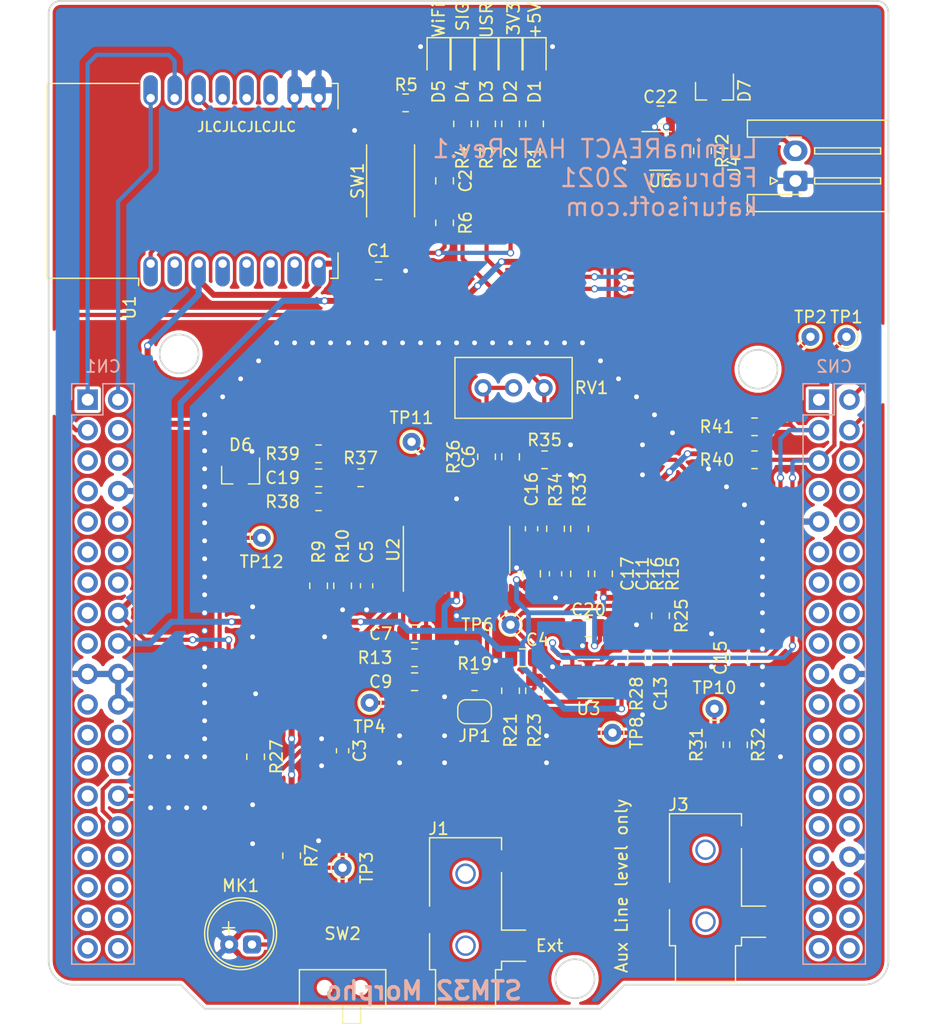
<source format=kicad_pcb>
(kicad_pcb (version 20171130) (host pcbnew "(5.1.9)-1")
  (layers (0 F.Cu signal) (31 B.Cu mixed) (34 B.Paste user) (35 F.Paste user) (36 B.SilkS user hide) (37 F.SilkS user) (38 B.Mask user) (39 F.Mask user) (44 Edge.Cuts user))
  (net 0 "")
  (net 1 +3V3)
  (net 2 GND)
  (net 3 "Net-(C2-Pad1)")
  (net 4 /Preamps/Amp1_Stage1)
  (net 5 "Net-(C9-Pad1)")
  (net 6 "Net-(C13-Pad2)")
  (net 7 /Amp1_Out)
  (net 8 "Net-(C15-Pad1)")
  (net 9 +5V)
  (net 10 "Net-(C19-Pad2)")
  (net 11 /LineAmp_Out)
  (net 12 /RX)
  (net 13 /TX)
  (net 14 /SDA)
  (net 15 /LD_SIG)
  (net 16 /SCL)
  (net 17 /LD_USR)
  (net 18 "Net-(D1-Pad2)")
  (net 19 "Net-(D2-Pad2)")
  (net 20 "Net-(D3-Pad2)")
  (net 21 "Net-(D4-Pad2)")
  (net 22 "Net-(D5-Pad2)")
  (net 23 "Net-(J3-PadS)")
  (net 24 "Net-(J3-PadT)")
  (net 25 /LD_WIFI)
  (net 26 "Net-(R21-Pad1)")
  (net 27 "Net-(R36-Pad2)")
  (net 28 /DO_3V3)
  (net 29 /DO)
  (net 30 "Net-(R42-Pad2)")
  (net 31 /Preamps/MIC_IN1)
  (net 32 /Preamps/MIC_EXT1)
  (net 33 /Preamps/MIC_INT1)
  (net 34 /Preamps/Amp1_Stage1_Ufb)
  (net 35 /Preamps/Amp1_Stage1_Ub)
  (net 36 /Preamps/Amp1_Stage2_Ub)
  (net 37 /Preamps/LineAmp_MONO)
  (net 38 /Preamps/LineAmp_Ub)
  (net 39 /Preamps/Amp1_Stage2)
  (net 40 /Preamps/Amp1_Stage2_Ufb)
  (net 41 /Preamps/LineAmp_Ufb)
  (net 42 /Preamps/LineAmp)
  (module Capacitor_SMD:C_0805_2012Metric (layer F.Cu) (at 168.5 76 270)
    (fp_text reference C6 (at 0 3.5 90) (layer F.SilkS))
    (fp_text value 27p)
    (pad 2 smd roundrect (at 0.95 0 270) (size 1 1.45) (layers F.Cu F.Paste F.Mask) (net 41 /Preamps/LineAmp_Ufb))
    (pad 1 smd roundrect (at -0.95 0 270) (size 1 1.45) (layers F.Cu F.Paste F.Mask) (net 42 /Preamps/LineAmp))
  )
  (module Capacitor_SMD:C_0805_2012Metric (layer F.Cu) (at 169.5 92.75 180)
    (fp_text reference C4 (at -1.25 1.5) (layer F.SilkS))
    (fp_text value 27p)
    (pad 2 smd roundrect (at 0.95 0 180) (size 1 1.45) (layers F.Cu F.Paste F.Mask) (net 40 /Preamps/Amp1_Stage2_Ufb))
    (pad 1 smd roundrect (at -0.95 0 180) (size 1 1.45) (layers F.Cu F.Paste F.Mask) (net 39 /Preamps/Amp1_Stage2))
  )
  (module Capacitor_SMD:C_0603_1608Metric_Pad1.05x0.95mm_HandSolder (layer F.Cu) (at 170.25 82 90)
    (fp_text reference C16 (at 1.75 0 90) (layer F.SilkS) (effects (justify left)))
    (fp_text value 5u6)
    (pad 2 smd roundrect (at 0.875 0 90) (size 1.05 0.95) (layers F.Cu F.Paste F.Mask) (net 2 GND))
    (pad 1 smd roundrect (at -0.875 0 90) (size 1.05 0.95) (layers F.Cu F.Paste F.Mask) (net 38 /Preamps/LineAmp_Ub))
  )
  (module Capacitor_SMD:C_0603_1608Metric_Pad1.05x0.95mm_HandSolder (layer F.Cu) (at 172.25 85.75 270)
    (fp_text reference C11 (at 0 -7.25 90) (layer F.SilkS))
    (fp_text value 5u6)
    (pad 2 smd roundrect (at 0.875 0 270) (size 1.05 0.95) (layers F.Cu F.Paste F.Mask) (net 2 GND))
    (pad 1 smd roundrect (at -0.875 0 270) (size 1.05 0.95) (layers F.Cu F.Paste F.Mask) (net 36 /Preamps/Amp1_Stage2_Ub))
  )
  (module Capacitor_SMD:C_0603_1608Metric_Pad1.05x0.95mm_HandSolder (layer F.Cu) (at 156.5 86.75 270)
    (fp_text reference C5 (at -1.75 0 90) (layer F.SilkS) (effects (justify left)))
    (fp_text value 5u6)
    (pad 2 smd roundrect (at 0.875 0 270) (size 1.05 0.95) (layers F.Cu F.Paste F.Mask) (net 2 GND))
    (pad 1 smd roundrect (at -0.875 0 270) (size 1.05 0.95) (layers F.Cu F.Paste F.Mask) (net 35 /Preamps/Amp1_Stage1_Ub))
  )
  (module Capacitor_SMD:C_0603_1608Metric_Pad1.05x0.95mm_HandSolder (layer F.Cu) (at 154.5 100.5 270)
    (fp_text reference C3 (at 0 -1.43 90) (layer F.SilkS))
    (fp_text value 5u6)
    (pad 2 smd roundrect (at 0.875 0 270) (size 1.05 0.95) (layers F.Cu F.Paste F.Mask) (net 31 /Preamps/MIC_IN1))
    (pad 1 smd roundrect (at -0.875 0 270) (size 1.05 0.95) (layers F.Cu F.Paste F.Mask) (net 34 /Preamps/Amp1_Stage1_Ufb))
  )
  (module RF_Module:ESP-12E-THT (layer F.Cu) (at 142 53 90)
    (fp_text reference U1 (at -10.56 -5.26 90) (layer F.SilkS))
    (fp_text value ESP-12F_THT)
    (pad 22 thru_hole oval (at 6.9 -3.5 90) (size 2.5 1.2) (drill 0.7 (offset 0.65 0)) (layers *.Cu *.Mask) (net 12 /RX))
    (pad 21 thru_hole oval (at 6.9 -1.5 90) (size 2.5 1.2) (drill 0.7 (offset 0.65 0)) (layers *.Cu *.Mask) (net 13 /TX))
    (pad 20 thru_hole oval (at 6.9 0.5 90) (size 2.5 1.2) (drill 0.7 (offset 0.65 0)) (layers *.Cu *.Mask) (net 25 /LD_WIFI))
    (pad 19 thru_hole oval (at 6.9 2.5 90) (size 2.5 1.2) (drill 0.7 (offset 0.65 0)) (layers *.Cu *.Mask))
    (pad 18 thru_hole oval (at 6.9 4.5 90) (size 2.5 1.2) (drill 0.7 (offset 0.65 0)) (layers *.Cu *.Mask))
    (pad 17 thru_hole oval (at 6.9 6.5 90) (size 2.5 1.2) (drill 0.7 (offset 0.65 0)) (layers *.Cu *.Mask))
    (pad 16 thru_hole oval (at 6.9 8.5 90) (size 2.5 1.2) (drill 0.7 (offset 0.65 0)) (layers *.Cu *.Mask) (net 2 GND))
    (pad 15 thru_hole oval (at 6.9 10.5 90) (size 2.5 1.2) (drill 0.7 (offset 0.65 0)) (layers *.Cu *.Mask) (net 2 GND))
    (pad 8 thru_hole oval (at -6.9 10.5 90) (size 2.5 1.2) (drill 0.7 (offset -0.65 0)) (layers *.Cu *.Mask) (net 1 +3V3))
    (pad 7 thru_hole oval (at -6.9 8.5 90) (size 2.5 1.2) (drill 0.7 (offset -0.65 0)) (layers *.Cu *.Mask))
    (pad 6 thru_hole oval (at -6.9 6.5 90) (size 2.5 1.2) (drill 0.7 (offset -0.65 0)) (layers *.Cu *.Mask))
    (pad 5 thru_hole oval (at -6.9 4.5 90) (size 2.5 1.2) (drill 0.7 (offset -0.65 0)) (layers *.Cu *.Mask))
    (pad 4 thru_hole oval (at -6.9 2.5 90) (size 2.5 1.2) (drill 0.7 (offset -0.65 0)) (layers *.Cu *.Mask))
    (pad 3 thru_hole oval (at -6.9 0.5 90) (size 2.5 1.2) (drill 0.7 (offset -0.65 0)) (layers *.Cu *.Mask) (net 1 +3V3))
    (pad 2 thru_hole oval (at -6.9 -1.5 90) (size 2.5 1.2) (drill 0.7 (offset -0.65 0)) (layers *.Cu *.Mask))
    (pad 1 thru_hole oval (at -6.9 -3.5 90) (size 2.5 1.2) (drill 0.7 (offset -0.65 0)) (layers *.Cu *.Mask) (net 3 "Net-(C2-Pad1)"))
  )
  (module Package_TO_SOT_SMD:SOT-23-8_Handsoldering (layer F.Cu) (at 175 94.5 180)
    (fp_text reference U3 (at 0 -2.5) (layer F.SilkS))
    (fp_text value CAT5171)
    (pad 8 smd rect (at 1.35 -0.98 180) (size 1.56 0.4) (layers F.Cu F.Paste F.Mask) (net 39 /Preamps/Amp1_Stage2))
    (pad 7 smd rect (at 1.35 -0.33 180) (size 1.56 0.4) (layers F.Cu F.Paste F.Mask) (net 26 "Net-(R21-Pad1)"))
    (pad 6 smd rect (at 1.35 0.33 180) (size 1.56 0.4) (layers F.Cu F.Paste F.Mask) (net 2 GND))
    (pad 5 smd rect (at 1.35 0.98 180) (size 1.56 0.4) (layers F.Cu F.Paste F.Mask) (net 14 /SDA))
    (pad 4 smd rect (at -1.35 0.98 180) (size 1.56 0.4) (layers F.Cu F.Paste F.Mask) (net 16 /SCL))
    (pad 3 smd rect (at -1.35 0.33 180) (size 1.56 0.4) (layers F.Cu F.Paste F.Mask) (net 2 GND))
    (pad 2 smd rect (at -1.35 -0.33 180) (size 1.56 0.4) (layers F.Cu F.Paste F.Mask) (net 9 +5V))
    (pad 1 smd rect (at -1.35 -0.98 180) (size 1.56 0.4) (layers F.Cu F.Paste F.Mask) (net 26 "Net-(R21-Pad1)"))
  )
  (module Capacitor_SMD:C_0805_2012Metric (layer F.Cu) (at 181 92.75 90)
    (fp_text reference C13 (at -3 0 90) (layer F.SilkS))
    (fp_text value 2u2)
    (pad 2 smd roundrect (at 0.95 0 90) (size 1 1.45) (layers F.Cu F.Paste F.Mask) (net 6 "Net-(C13-Pad2)"))
    (pad 1 smd roundrect (at -0.95 0 90) (size 1 1.45) (layers F.Cu F.Paste F.Mask) (net 7 /Amp1_Out))
  )
  (module Connector_Audio_hellner.cc:Jack_3.5mm_BOOMELE_PJ-320B-SMT_Horizontal (layer F.Cu) (at 164.75 116.75 180)
    (fp_text reference J1 (at 2.25 9.75) (layer F.SilkS))
    (fp_text value AudioJack2_Ground)
    (pad S smd rect (at 4 2.1 180) (size 3 1.5) (layers F.Cu F.Paste F.Mask) (net 32 /Preamps/MIC_EXT1))
    (pad G smd rect (at -4 0.1 180) (size 3 1.5) (layers F.Cu F.Paste F.Mask) (net 2 GND))
    (pad T smd rect (at -4 7.1 180) (size 3 1.5) (layers F.Cu F.Paste F.Mask) (net 2 GND))
    (pad "" np_thru_hole circle (at 0 0 180) (size 1.7 1.7) (drill 1.3) (layers *.Cu *.Mask))
    (pad "" np_thru_hole circle (at 0 6 180) (size 1.7 1.7) (drill 1.3) (layers *.Cu *.Mask))
  )
  (module Resistor_SMD:R_0805_2012Metric (layer F.Cu) (at 160.5 92.75)
    (fp_text reference R13 (at -1.75 0) (layer F.SilkS) (effects (justify right)))
    (fp_text value 40k2)
    (pad 2 smd roundrect (at 0.9125 0) (size 1.025 1.4) (layers F.Cu F.Paste F.Mask) (roundrect_rratio 0.2439014634146341) (net 34 /Preamps/Amp1_Stage1_Ufb))
    (pad 1 smd roundrect (at -0.9125 0) (size 1.025 1.4) (layers F.Cu F.Paste F.Mask) (roundrect_rratio 0.2439014634146341) (net 4 /Preamps/Amp1_Stage1))
  )
  (module TestPoint:TestPoint_THTPad_D1.5mm_Drill0.7mm (layer F.Cu) (at 168.5 90 270)
    (fp_text reference TP6 (at 0 2.75 180) (layer F.SilkS))
    (fp_text value TestPoint)
    (pad 1 thru_hole circle (at 0 0 270) (size 1.5 1.5) (drill 0.7) (layers *.Cu *.Mask) (net 39 /Preamps/Amp1_Stage2))
  )
  (module Resistor_SMD:R_0805_2012Metric (layer F.Cu) (at 170.5 95.5 270)
    (fp_text reference R23 (at 1.75 0 90) (layer F.SilkS) (effects (justify right)))
    (fp_text value NP)
    (pad 2 smd roundrect (at 0.9125 0 270) (size 1.025 1.4) (layers F.Cu F.Paste F.Mask) (roundrect_rratio 0.2439014634146341) (net 26 "Net-(R21-Pad1)"))
    (pad 1 smd roundrect (at -0.9125 0 270) (size 1.025 1.4) (layers F.Cu F.Paste F.Mask) (roundrect_rratio 0.2439014634146341) (net 39 /Preamps/Amp1_Stage2))
  )
  (module TestPoint:TestPoint_THTPad_D1.5mm_Drill0.7mm (layer F.Cu) (at 147.75 82.75 90)
    (fp_text reference TP12 (at -2 0 180) (layer F.SilkS))
    (fp_text value TestPoint)
    (pad 1 thru_hole circle (at 0 0 90) (size 1.5 1.5) (drill 0.7) (layers *.Cu *.Mask) (net 11 /LineAmp_Out))
  )
  (module TestPoint:TestPoint_THTPad_D1.5mm_Drill0.7mm (layer F.Cu) (at 160.25 74.75 90)
    (fp_text reference TP11 (at 2 0 180) (layer F.SilkS))
    (fp_text value TestPoint)
    (pad 1 thru_hole circle (at 0 0 90) (size 1.5 1.5) (drill 0.7) (layers *.Cu *.Mask) (net 42 /Preamps/LineAmp))
  )
  (module TestPoint:TestPoint_THTPad_D1.5mm_Drill0.7mm (layer F.Cu) (at 185.5 97)
    (fp_text reference TP10 (at 0 -1.75) (layer F.SilkS))
    (fp_text value TestPoint)
    (pad 1 thru_hole circle (at 0 0) (size 1.5 1.5) (drill 0.7) (layers *.Cu *.Mask) (net 37 /Preamps/LineAmp_MONO))
  )
  (module TestPoint:TestPoint_THTPad_D1.5mm_Drill0.7mm (layer F.Cu) (at 177 99 270)
    (fp_text reference TP8 (at 0 -2 90) (layer F.SilkS))
    (fp_text value TestPoint)
    (pad 1 thru_hole circle (at 0 0 270) (size 1.5 1.5) (drill 0.7) (layers *.Cu *.Mask) (net 7 /Amp1_Out))
  )
  (module TestPoint:TestPoint_THTPad_D1.5mm_Drill0.7mm (layer F.Cu) (at 156.75 96.5 180)
    (fp_text reference TP4 (at 0 -2) (layer F.SilkS))
    (fp_text value TestPoint)
    (pad 1 thru_hole circle (at 0 0 180) (size 1.5 1.5) (drill 0.7) (layers *.Cu *.Mask) (net 4 /Preamps/Amp1_Stage1))
  )
  (module TestPoint:TestPoint_THTPad_D1.5mm_Drill0.7mm (layer F.Cu) (at 154.5 110.25)
    (fp_text reference TP3 (at 2 0 90) (layer F.SilkS))
    (fp_text value TestPoint)
    (pad 1 thru_hole circle (at 0 0) (size 1.5 1.5) (drill 0.7) (layers *.Cu *.Mask) (net 31 /Preamps/MIC_IN1))
  )
  (module TestPoint:TestPoint_THTPad_D1.5mm_Drill0.7mm (layer F.Cu) (at 193.5 66)
    (fp_text reference TP2 (at 0 -1.648) (layer F.SilkS))
    (fp_text value TestPoint)
    (pad 1 thru_hole circle (at 0 0) (size 1.5 1.5) (drill 0.7) (layers *.Cu *.Mask) (net 16 /SCL))
  )
  (module TestPoint:TestPoint_THTPad_D1.5mm_Drill0.7mm (layer F.Cu) (at 196.5 66)
    (fp_text reference TP1 (at 0 -1.648) (layer F.SilkS))
    (fp_text value TestPoint)
    (pad 1 thru_hole circle (at 0 0) (size 1.5 1.5) (drill 0.7) (layers *.Cu *.Mask) (net 14 /SDA))
  )
  (module Package_TO_SOT_SMD:SOT-23-5_HandSoldering (layer F.Cu) (at 181 50.5)
    (fp_text reference U6 (at 0 2.5) (layer F.SilkS))
    (fp_text value SN74LVC1G17)
    (pad 5 smd rect (at 1.35 -0.95) (size 1.56 0.65) (layers F.Cu F.Paste F.Mask) (net 9 +5V))
    (pad 4 smd rect (at 1.35 0.95) (size 1.56 0.65) (layers F.Cu F.Paste F.Mask) (net 30 "Net-(R42-Pad2)"))
    (pad 3 smd rect (at -1.35 0.95) (size 1.56 0.65) (layers F.Cu F.Paste F.Mask) (net 2 GND))
    (pad 2 smd rect (at -1.35 0) (size 1.56 0.65) (layers F.Cu F.Paste F.Mask) (net 28 /DO_3V3))
    (pad 1 smd rect (at -1.35 -0.95) (size 1.56 0.65) (layers F.Cu F.Paste F.Mask))
  )
  (module Resistor_SMD:R_0805_2012Metric (layer F.Cu) (at 184.5 50.5 270)
    (fp_text reference R42 (at 0 -1.65 90) (layer F.SilkS))
    (fp_text value 330)
    (pad 2 smd roundrect (at 0.9125 0 270) (size 1.025 1.4) (layers F.Cu F.Paste F.Mask) (roundrect_rratio 0.2439014634146341) (net 30 "Net-(R42-Pad2)"))
    (pad 1 smd roundrect (at -0.9125 0 270) (size 1.025 1.4) (layers F.Cu F.Paste F.Mask) (roundrect_rratio 0.2439014634146341) (net 29 /DO))
  )
  (module Resistor_SMD:R_0805_2012Metric (layer F.Cu) (at 188.8375 73.5)
    (fp_text reference R41 (at -1.5875 0) (layer F.SilkS) (effects (justify right)))
    (fp_text value 4k7)
    (pad 2 smd roundrect (at 0.9125 0) (size 1.025 1.4) (layers F.Cu F.Paste F.Mask) (roundrect_rratio 0.2439014634146341) (net 16 /SCL))
    (pad 1 smd roundrect (at -0.9125 0) (size 1.025 1.4) (layers F.Cu F.Paste F.Mask) (roundrect_rratio 0.2439014634146341) (net 9 +5V))
  )
  (module Resistor_SMD:R_0805_2012Metric (layer F.Cu) (at 188.8375 76.25)
    (fp_text reference R40 (at -1.5875 0) (layer F.SilkS) (effects (justify right)))
    (fp_text value 4k7)
    (pad 2 smd roundrect (at 0.9125 0) (size 1.025 1.4) (layers F.Cu F.Paste F.Mask) (roundrect_rratio 0.2439014634146341) (net 14 /SDA))
    (pad 1 smd roundrect (at -0.9125 0) (size 1.025 1.4) (layers F.Cu F.Paste F.Mask) (roundrect_rratio 0.2439014634146341) (net 9 +5V))
  )
  (module Connector_JST:JST_XH_S2B-XH-A-1_1x02_P2.50mm_Horizontal (layer F.Cu) (at 192.25 53 90)
    (fp_text reference J4 (at 1.25 -5.1 90) (layer F.SilkS))
    (fp_text value Conn_01x02)
    (pad 2 thru_hole oval (at 2.5 0 90) (size 1.7 2) (drill 1) (layers *.Cu *.Mask) (net 29 /DO))
    (pad 1 thru_hole roundrect (at 0 0 90) (size 1.7 2) (drill 1) (layers *.Cu *.Mask) (roundrect_rratio 0.1470588235294118) (net 2 GND))
  )
  (module Package_TO_SOT_SMD:SOT-23 (layer F.Cu) (at 185.5 45.5 270)
    (fp_text reference D7 (at 0 -2.5 90) (layer F.SilkS))
    (fp_text value BAS70-04)
    (pad 3 smd rect (at 1 0 270) (size 0.9 0.8) (layers F.Cu F.Paste F.Mask) (net 29 /DO))
    (pad 2 smd rect (at -1 0.95 270) (size 0.9 0.8) (layers F.Cu F.Paste F.Mask) (net 9 +5V))
    (pad 1 smd rect (at -1 -0.95 270) (size 0.9 0.8) (layers F.Cu F.Paste F.Mask) (net 2 GND))
  )
  (module Capacitor_SMD:C_0805_2012Metric (layer F.Cu) (at 181 47.5 180)
    (fp_text reference C22 (at 0 1.5) (layer F.SilkS))
    (fp_text value 100n)
    (pad 2 smd roundrect (at 0.95 0 180) (size 1 1.45) (layers F.Cu F.Paste F.Mask) (net 2 GND))
    (pad 1 smd roundrect (at -0.95 0 180) (size 1 1.45) (layers F.Cu F.Paste F.Mask) (net 9 +5V))
  )
  (module Resistor_SMD:R_0805_2012Metric (layer F.Cu) (at 152.5 75.75 180)
    (fp_text reference R39 (at 3 0) (layer F.SilkS))
    (fp_text value 100k)
    (pad 2 smd roundrect (at 0.9125 0 180) (size 1.025 1.4) (layers F.Cu F.Paste F.Mask) (roundrect_rratio 0.2439014634146341) (net 11 /LineAmp_Out))
    (pad 1 smd roundrect (at -0.9125 0 180) (size 1.025 1.4) (layers F.Cu F.Paste F.Mask) (roundrect_rratio 0.2439014634146341) (net 1 +3V3))
  )
  (module Capacitor_SMD:C_0805_2012Metric (layer F.Cu) (at 163 53 90)
    (fp_text reference C2 (at 0 1.75 90) (layer F.SilkS))
    (fp_text value 100n)
    (pad 2 smd roundrect (at 0.95 0 90) (size 1 1.45) (layers F.Cu F.Paste F.Mask) (net 2 GND))
    (pad 1 smd roundrect (at -0.95 0 90) (size 1 1.45) (layers F.Cu F.Paste F.Mask) (net 3 "Net-(C2-Pad1)"))
  )
  (module Capacitor_SMD:C_0805_2012Metric (layer F.Cu) (at 157.5 60.5)
    (fp_text reference C1 (at 0 -1.68) (layer F.SilkS))
    (fp_text value 100n)
    (pad 2 smd roundrect (at 0.95 0) (size 1 1.45) (layers F.Cu F.Paste F.Mask) (net 2 GND))
    (pad 1 smd roundrect (at -0.95 0) (size 1 1.45) (layers F.Cu F.Paste F.Mask) (net 1 +3V3))
  )
  (module Package_SO:SO-14_3.9x8.65mm_P1.27mm (layer F.Cu) (at 164 83.75 90)
    (fp_text reference U2 (at 0 -5.28 90) (layer F.SilkS))
    (fp_text value TLV9064x)
    (pad 14 smd roundrect (at 2.475 -3.81 90) (size 1.95 0.6) (layers F.Cu F.Paste F.Mask))
    (pad 13 smd roundrect (at 2.475 -2.54 90) (size 1.95 0.6) (layers F.Cu F.Paste F.Mask) (net 2 GND))
    (pad 12 smd roundrect (at 2.475 -1.27 90) (size 1.95 0.6) (layers F.Cu F.Paste F.Mask) (net 2 GND))
    (pad 11 smd roundrect (at 2.475 0 90) (size 1.95 0.6) (layers F.Cu F.Paste F.Mask) (net 2 GND))
    (pad 10 smd roundrect (at 2.475 1.27 90) (size 1.95 0.6) (layers F.Cu F.Paste F.Mask) (net 38 /Preamps/LineAmp_Ub))
    (pad 9 smd roundrect (at 2.475 2.54 90) (size 1.95 0.6) (layers F.Cu F.Paste F.Mask) (net 41 /Preamps/LineAmp_Ufb))
    (pad 8 smd roundrect (at 2.475 3.81 90) (size 1.95 0.6) (layers F.Cu F.Paste F.Mask) (net 42 /Preamps/LineAmp))
    (pad 7 smd roundrect (at -2.475 3.81 90) (size 1.95 0.6) (layers F.Cu F.Paste F.Mask) (net 39 /Preamps/Amp1_Stage2))
    (pad 6 smd roundrect (at -2.475 2.54 90) (size 1.95 0.6) (layers F.Cu F.Paste F.Mask) (net 40 /Preamps/Amp1_Stage2_Ufb))
    (pad 5 smd roundrect (at -2.475 1.27 90) (size 1.95 0.6) (layers F.Cu F.Paste F.Mask) (net 36 /Preamps/Amp1_Stage2_Ub))
    (pad 4 smd roundrect (at -2.475 0 90) (size 1.95 0.6) (layers F.Cu F.Paste F.Mask) (net 9 +5V))
    (pad 3 smd roundrect (at -2.475 -1.27 90) (size 1.95 0.6) (layers F.Cu F.Paste F.Mask) (net 35 /Preamps/Amp1_Stage1_Ub))
    (pad 2 smd roundrect (at -2.475 -2.54 90) (size 1.95 0.6) (layers F.Cu F.Paste F.Mask) (net 34 /Preamps/Amp1_Stage1_Ufb))
    (pad 1 smd roundrect (at -2.475 -3.81 90) (size 1.95 0.6) (layers F.Cu F.Paste F.Mask) (net 4 /Preamps/Amp1_Stage1))
  )
  (module Button_Switch_SMD_hellner.cc.pretty:SW_SPDT_SK-3390 (layer F.Cu) (at 154.5 120.25)
    (fp_text reference SW2 (at 0 -4.5) (layer F.SilkS))
    (fp_text value SW_SPDT)
    (pad "" np_thru_hole circle (at -1.5 0 180) (size 0.8 0.8) (drill 0.8) (layers *.Cu *.Mask))
    (pad "" np_thru_hole circle (at 1.5 0 180) (size 0.8 0.8) (drill 0.8) (layers *.Cu *.Mask))
    (pad 3 smd rect (at 2.5 -2.75 180) (size 1.25 1.5) (layers F.Cu F.Paste F.Mask) (net 32 /Preamps/MIC_EXT1))
    (pad 2 smd rect (at 0 -2.75 180) (size 1.25 1.5) (layers F.Cu F.Paste F.Mask) (net 31 /Preamps/MIC_IN1))
    (pad 1 smd rect (at -2.5 -2.75 180) (size 1.25 1.5) (layers F.Cu F.Paste F.Mask) (net 33 /Preamps/MIC_INT1))
  )
  (module Button_Switch_SMD_hellner.cc.pretty:SW_SPST_1TS002 (layer F.Cu) (at 158.5 53 270)
    (fp_text reference SW1 (at 0 2.75 90) (layer F.SilkS))
    (fp_text value SW_Push)
    (pad 2 smd rect (at 4.2 0 270) (size 1.8 1.8) (layers F.Cu F.Paste F.Mask) (net 3 "Net-(C2-Pad1)"))
    (pad 1 smd rect (at -4.2 0 270) (size 1.8 1.8) (layers F.Cu F.Paste F.Mask) (net 2 GND))
  )
  (module Potentiometer_THT:Potentiometer_Bourns_3296W_Vertical (layer F.Cu) (at 171.29 70.25)
    (fp_text reference RV1 (at 3.96 0) (layer F.SilkS))
    (fp_text value 10k)
    (pad 3 thru_hole circle (at -5.08 0) (size 1.44 1.44) (drill 0.8) (layers *.Cu *.Mask) (net 27 "Net-(R36-Pad2)"))
    (pad 2 thru_hole circle (at -2.54 0) (size 1.44 1.44) (drill 0.8) (layers *.Cu *.Mask) (net 27 "Net-(R36-Pad2)"))
    (pad 1 thru_hole circle (at 0 0) (size 1.44 1.44) (drill 0.8) (layers *.Cu *.Mask) (net 42 /Preamps/LineAmp))
  )
  (module Resistor_SMD:R_0805_2012Metric (layer F.Cu) (at 152.5 79.75)
    (fp_text reference R38 (at -3 0) (layer F.SilkS))
    (fp_text value 100k)
    (pad 2 smd roundrect (at 0.9125 0) (size 1.025 1.4) (layers F.Cu F.Paste F.Mask) (roundrect_rratio 0.2439014634146341) (net 2 GND))
    (pad 1 smd roundrect (at -0.9125 0) (size 1.025 1.4) (layers F.Cu F.Paste F.Mask) (roundrect_rratio 0.2439014634146341) (net 11 /LineAmp_Out))
  )
  (module Resistor_SMD:R_0805_2012Metric (layer F.Cu) (at 156 77.75)
    (fp_text reference R37 (at 0 -1.65) (layer F.SilkS))
    (fp_text value 49.9)
    (pad 2 smd roundrect (at 0.9125 0) (size 1.025 1.4) (layers F.Cu F.Paste F.Mask) (roundrect_rratio 0.2439014634146341) (net 42 /Preamps/LineAmp))
    (pad 1 smd roundrect (at -0.9125 0) (size 1.025 1.4) (layers F.Cu F.Paste F.Mask) (roundrect_rratio 0.2439014634146341) (net 10 "Net-(C19-Pad2)"))
  )
  (module Resistor_SMD:R_0805_2012Metric (layer F.Cu) (at 166.5 76 90)
    (fp_text reference R36 (at 0 -2.75 90) (layer F.SilkS))
    (fp_text value 27k)
    (pad 2 smd roundrect (at 0.9125 0 90) (size 1.025 1.4) (layers F.Cu F.Paste F.Mask) (roundrect_rratio 0.2439014634146341) (net 27 "Net-(R36-Pad2)"))
    (pad 1 smd roundrect (at -0.9125 0 90) (size 1.025 1.4) (layers F.Cu F.Paste F.Mask) (roundrect_rratio 0.2439014634146341) (net 41 /Preamps/LineAmp_Ufb))
  )
  (module Resistor_SMD:R_0805_2012Metric (layer F.Cu) (at 171.3375 76.25)
    (fp_text reference R35 (at 0 -1.65) (layer F.SilkS))
    (fp_text value 10k)
    (pad 2 smd roundrect (at 0.9125 0) (size 1.025 1.4) (layers F.Cu F.Paste F.Mask) (roundrect_rratio 0.2439014634146341) (net 8 "Net-(C15-Pad1)"))
    (pad 1 smd roundrect (at -0.9125 0) (size 1.025 1.4) (layers F.Cu F.Paste F.Mask) (roundrect_rratio 0.2439014634146341) (net 41 /Preamps/LineAmp_Ufb))
  )
  (module Resistor_SMD:R_0805_2012Metric (layer F.Cu) (at 172.25 82 90)
    (fp_text reference R34 (at 3.25 0 90) (layer F.SilkS))
    (fp_text value 100k)
    (pad 2 smd roundrect (at 0.9125 0 90) (size 1.025 1.4) (layers F.Cu F.Paste F.Mask) (roundrect_rratio 0.2439014634146341) (net 2 GND))
    (pad 1 smd roundrect (at -0.9125 0 90) (size 1.025 1.4) (layers F.Cu F.Paste F.Mask) (roundrect_rratio 0.2439014634146341) (net 38 /Preamps/LineAmp_Ub))
  )
  (module Resistor_SMD:R_0805_2012Metric (layer F.Cu) (at 174.25 82 270)
    (fp_text reference R33 (at -3.25 0 90) (layer F.SilkS))
    (fp_text value 100k)
    (pad 2 smd roundrect (at 0.9125 0 270) (size 1.025 1.4) (layers F.Cu F.Paste F.Mask) (roundrect_rratio 0.2439014634146341) (net 38 /Preamps/LineAmp_Ub))
    (pad 1 smd roundrect (at -0.9125 0 270) (size 1.025 1.4) (layers F.Cu F.Paste F.Mask) (roundrect_rratio 0.2439014634146341) (net 9 +5V))
  )
  (module Resistor_SMD:R_0805_2012Metric (layer F.Cu) (at 187.5 100 270)
    (fp_text reference R32 (at 0 -1.65 90) (layer F.SilkS))
    (fp_text value 470)
    (pad 2 smd roundrect (at 0.9125 0 270) (size 1.025 1.4) (layers F.Cu F.Paste F.Mask) (roundrect_rratio 0.2439014634146341) (net 24 "Net-(J3-PadT)"))
    (pad 1 smd roundrect (at -0.9125 0 270) (size 1.025 1.4) (layers F.Cu F.Paste F.Mask) (roundrect_rratio 0.2439014634146341) (net 37 /Preamps/LineAmp_MONO))
  )
  (module Resistor_SMD:R_0805_2012Metric (layer F.Cu) (at 185.5 100 270)
    (fp_text reference R31 (at 0 1.5 90) (layer F.SilkS))
    (fp_text value 470)
    (pad 2 smd roundrect (at 0.9125 0 270) (size 1.025 1.4) (layers F.Cu F.Paste F.Mask) (roundrect_rratio 0.2439014634146341) (net 23 "Net-(J3-PadS)"))
    (pad 1 smd roundrect (at -0.9125 0 270) (size 1.025 1.4) (layers F.Cu F.Paste F.Mask) (roundrect_rratio 0.2439014634146341) (net 37 /Preamps/LineAmp_MONO))
  )
  (module Resistor_SMD:R_0805_2012Metric (layer F.Cu) (at 179 92.75 90)
    (fp_text reference R28 (at -3 0 90) (layer F.SilkS))
    (fp_text value 100k)
    (pad 2 smd roundrect (at 0.9125 0 90) (size 1.025 1.4) (layers F.Cu F.Paste F.Mask) (roundrect_rratio 0.2439014634146341) (net 2 GND))
    (pad 1 smd roundrect (at -0.9125 0 90) (size 1.025 1.4) (layers F.Cu F.Paste F.Mask) (roundrect_rratio 0.2439014634146341) (net 7 /Amp1_Out))
  )
  (module Resistor_SMD:R_0805_2012Metric (layer F.Cu) (at 147.25 101 270)
    (fp_text reference R27 (at 0 -1.75 90) (layer F.SilkS))
    (fp_text value 100k)
    (pad 2 smd roundrect (at 0.9125 0 270) (size 1.025 1.4) (layers F.Cu F.Paste F.Mask) (roundrect_rratio 0.2439014634146341) (net 7 /Amp1_Out))
    (pad 1 smd roundrect (at -0.9125 0 270) (size 1.025 1.4) (layers F.Cu F.Paste F.Mask) (roundrect_rratio 0.2439014634146341) (net 1 +3V3))
  )
  (module Resistor_SMD:R_0805_2012Metric (layer F.Cu) (at 181 89.25 90)
    (fp_text reference R25 (at 0 1.75 90) (layer F.SilkS))
    (fp_text value 49.9)
    (pad 2 smd roundrect (at 0.9125 0 90) (size 1.025 1.4) (layers F.Cu F.Paste F.Mask) (roundrect_rratio 0.2439014634146341) (net 39 /Preamps/Amp1_Stage2))
    (pad 1 smd roundrect (at -0.9125 0 90) (size 1.025 1.4) (layers F.Cu F.Paste F.Mask) (roundrect_rratio 0.2439014634146341) (net 6 "Net-(C13-Pad2)"))
  )
  (module Resistor_SMD:R_0805_2012Metric (layer F.Cu) (at 168.5 95.5 90)
    (fp_text reference R21 (at -1.75 0 90) (layer F.SilkS) (effects (justify right)))
    (fp_text value 22k)
    (pad 2 smd roundrect (at 0.9125 0 90) (size 1.025 1.4) (layers F.Cu F.Paste F.Mask) (roundrect_rratio 0.2439014634146341) (net 40 /Preamps/Amp1_Stage2_Ufb))
    (pad 1 smd roundrect (at -0.9125 0 90) (size 1.025 1.4) (layers F.Cu F.Paste F.Mask) (roundrect_rratio 0.2439014634146341) (net 26 "Net-(R21-Pad1)"))
  )
  (module Resistor_SMD:R_0805_2012Metric (layer F.Cu) (at 165.5 94.75 180)
    (fp_text reference R19 (at 0 1.5) (layer F.SilkS))
    (fp_text value 47k)
    (pad 2 smd roundrect (at 0.9125 0 180) (size 1.025 1.4) (layers F.Cu F.Paste F.Mask) (roundrect_rratio 0.2439014634146341) (net 5 "Net-(C9-Pad1)"))
    (pad 1 smd roundrect (at -0.9125 0 180) (size 1.025 1.4) (layers F.Cu F.Paste F.Mask) (roundrect_rratio 0.2439014634146341) (net 40 /Preamps/Amp1_Stage2_Ufb))
  )
  (module Resistor_SMD:R_0805_2012Metric (layer F.Cu) (at 174.25 85.75 270)
    (fp_text reference R16 (at 0 -6.5 90) (layer F.SilkS))
    (fp_text value 100k)
    (pad 2 smd roundrect (at 0.9125 0 270) (size 1.025 1.4) (layers F.Cu F.Paste F.Mask) (roundrect_rratio 0.2439014634146341) (net 2 GND))
    (pad 1 smd roundrect (at -0.9125 0 270) (size 1.025 1.4) (layers F.Cu F.Paste F.Mask) (roundrect_rratio 0.2439014634146341) (net 36 /Preamps/Amp1_Stage2_Ub))
  )
  (module Resistor_SMD:R_0805_2012Metric (layer F.Cu) (at 176.25 85.75 90)
    (fp_text reference R15 (at 0 5.75 90) (layer F.SilkS))
    (fp_text value 100k)
    (pad 2 smd roundrect (at 0.9125 0 90) (size 1.025 1.4) (layers F.Cu F.Paste F.Mask) (roundrect_rratio 0.2439014634146341) (net 36 /Preamps/Amp1_Stage2_Ub))
    (pad 1 smd roundrect (at -0.9125 0 90) (size 1.025 1.4) (layers F.Cu F.Paste F.Mask) (roundrect_rratio 0.2439014634146341) (net 9 +5V))
  )
  (module Resistor_SMD:R_0805_2012Metric (layer F.Cu) (at 154.5 86.75 270)
    (fp_text reference R10 (at -1.75 0 90) (layer F.SilkS) (effects (justify left)))
    (fp_text value 100k)
    (pad 2 smd roundrect (at 0.9125 0 270) (size 1.025 1.4) (layers F.Cu F.Paste F.Mask) (roundrect_rratio 0.2439014634146341) (net 2 GND))
    (pad 1 smd roundrect (at -0.9125 0 270) (size 1.025 1.4) (layers F.Cu F.Paste F.Mask) (roundrect_rratio 0.2439014634146341) (net 35 /Preamps/Amp1_Stage1_Ub))
  )
  (module Resistor_SMD:R_0805_2012Metric (layer F.Cu) (at 152.5 86.75 90)
    (fp_text reference R9 (at 1.75 0 90) (layer F.SilkS) (effects (justify left)))
    (fp_text value 100k)
    (pad 2 smd roundrect (at 0.9125 0 90) (size 1.025 1.4) (layers F.Cu F.Paste F.Mask) (roundrect_rratio 0.2439014634146341) (net 35 /Preamps/Amp1_Stage1_Ub))
    (pad 1 smd roundrect (at -0.9125 0 90) (size 1.025 1.4) (layers F.Cu F.Paste F.Mask) (roundrect_rratio 0.2439014634146341) (net 9 +5V))
  )
  (module Resistor_SMD:R_0805_2012Metric (layer F.Cu) (at 150.25 109.25 270)
    (fp_text reference R7 (at 0 -1.65 90) (layer F.SilkS))
    (fp_text value 5k9)
    (pad 2 smd roundrect (at 0.9125 0 270) (size 1.025 1.4) (layers F.Cu F.Paste F.Mask) (roundrect_rratio 0.2439014634146341) (net 31 /Preamps/MIC_IN1))
    (pad 1 smd roundrect (at -0.9125 0 270) (size 1.025 1.4) (layers F.Cu F.Paste F.Mask) (roundrect_rratio 0.2439014634146341) (net 9 +5V))
  )
  (module Resistor_SMD:R_0805_2012Metric (layer F.Cu) (at 163 56.5 90)
    (fp_text reference R6 (at 0 1.75 90) (layer F.SilkS))
    (fp_text value 100k)
    (pad 2 smd roundrect (at 0.9125 0 90) (size 1.025 1.4) (layers F.Cu F.Paste F.Mask) (roundrect_rratio 0.2439014634146341) (net 3 "Net-(C2-Pad1)"))
    (pad 1 smd roundrect (at -0.9125 0 90) (size 1.025 1.4) (layers F.Cu F.Paste F.Mask) (roundrect_rratio 0.2439014634146341) (net 1 +3V3))
  )
  (module Resistor_SMD:R_0805_2012Metric (layer F.Cu) (at 159.75 46.5)
    (fp_text reference R5 (at 0.05 -1.5) (layer F.SilkS))
    (fp_text value 4k7)
    (pad 1 smd roundrect (at -0.9125 0) (size 1.025 1.4) (layers F.Cu F.Paste F.Mask) (roundrect_rratio 0.2439014634146341) (net 25 /LD_WIFI))
    (pad 2 smd roundrect (at 0.9125 0) (size 1.025 1.4) (layers F.Cu F.Paste F.Mask) (roundrect_rratio 0.2439014634146341) (net 22 "Net-(D5-Pad2)"))
  )
  (module Resistor_SMD:R_0805_2012Metric (layer F.Cu) (at 164.5 48.25 90)
    (fp_text reference R4 (at -1.75 0 90) (layer F.SilkS) (effects (justify right)))
    (fp_text value 4k7)
    (pad 2 smd roundrect (at 0.9125 0 90) (size 1.025 1.4) (layers F.Cu F.Paste F.Mask) (roundrect_rratio 0.2439014634146341) (net 21 "Net-(D4-Pad2)"))
    (pad 1 smd roundrect (at -0.9125 0 90) (size 1.025 1.4) (layers F.Cu F.Paste F.Mask) (roundrect_rratio 0.2439014634146341) (net 15 /LD_SIG))
  )
  (module Resistor_SMD:R_0805_2012Metric (layer F.Cu) (at 166.5 48.25 90)
    (fp_text reference R3 (at -1.75 0 90) (layer F.SilkS) (effects (justify right)))
    (fp_text value 4k7)
    (pad 2 smd roundrect (at 0.9125 0 90) (size 1.025 1.4) (layers F.Cu F.Paste F.Mask) (roundrect_rratio 0.2439014634146341) (net 20 "Net-(D3-Pad2)"))
    (pad 1 smd roundrect (at -0.9125 0 90) (size 1.025 1.4) (layers F.Cu F.Paste F.Mask) (roundrect_rratio 0.2439014634146341) (net 17 /LD_USR))
  )
  (module Resistor_SMD:R_0805_2012Metric (layer F.Cu) (at 168.5 48.25 90)
    (fp_text reference R2 (at -1.75 0 90) (layer F.SilkS) (effects (justify right)))
    (fp_text value 4k7)
    (pad 2 smd roundrect (at 0.9125 0 90) (size 1.025 1.4) (layers F.Cu F.Paste F.Mask) (roundrect_rratio 0.2439014634146341) (net 19 "Net-(D2-Pad2)"))
    (pad 1 smd roundrect (at -0.9125 0 90) (size 1.025 1.4) (layers F.Cu F.Paste F.Mask) (roundrect_rratio 0.2439014634146341) (net 1 +3V3))
  )
  (module Resistor_SMD:R_0805_2012Metric (layer F.Cu) (at 170.5 48.25 90)
    (fp_text reference R1 (at -1.75 0 90) (layer F.SilkS) (effects (justify right)))
    (fp_text value 4k7)
    (pad 2 smd roundrect (at 0.9125 0 90) (size 1.025 1.4) (layers F.Cu F.Paste F.Mask) (roundrect_rratio 0.2439014634146341) (net 18 "Net-(D1-Pad2)"))
    (pad 1 smd roundrect (at -0.9125 0 90) (size 1.025 1.4) (layers F.Cu F.Paste F.Mask) (roundrect_rratio 0.2439014634146341) (net 9 +5V))
  )
  (module Sensor_Audio_hellner.cc:MIC_6.0x2.7MM (layer F.Cu) (at 146 115.75)
    (fp_text reference MK1 (at 0 -4 180) (layer F.SilkS))
    (fp_text value GMI6027P-2C30DB)
    (pad 1 thru_hole circle (at -0.95 0.9 180) (size 1.5 1.5) (drill 0.7) (layers *.Cu *.Mask) (net 2 GND))
    (pad 2 thru_hole roundrect (at 0.95 0.9 180) (size 1.5 1.5) (drill 0.7) (layers *.Cu *.Mask) (net 33 /Preamps/MIC_INT1))
  )
  (module Jumper:SolderJumper-2_P1.3mm_Open_RoundedPad1.0x1.5mm (layer F.Cu) (at 165.5 97.25)
    (fp_text reference JP1 (at 0 2) (layer F.SilkS))
    (fp_text value Jumper_NO_Small)
    (pad 2 smd custom (at 0.65 0) (size 1 0.5) (layers F.Cu F.Mask) (net 39 /Preamps/Amp1_Stage2) (options (clearance outline) (anchor rect)) (primitives (gr_circle (center 0 0.25) (end 0.5 0.25) (width 0)) (gr_circle (center 0 -0.25) (end 0.5 -0.25) (width 0)) (gr_poly (pts (xy 0 -0.75) (xy -0.5 -0.75) (xy -0.5 0.75) (xy 0 0.75)) (width 0))))
    (pad 1 smd custom (at -0.65 0) (size 1 0.5) (layers F.Cu F.Mask) (net 4 /Preamps/Amp1_Stage1) (options (clearance outline) (anchor rect)) (primitives (gr_circle (center 0 0.25) (end 0.5 0.25) (width 0)) (gr_circle (center 0 -0.25) (end 0.5 -0.25) (width 0)) (gr_poly (pts (xy 0 -0.75) (xy 0.5 -0.75) (xy 0.5 0.75) (xy 0 0.75)) (width 0))))
  )
  (module Connector_Audio_hellner.cc:Jack_3.5mm_BOOMELE_PJ-320B-SMT_Horizontal (layer F.Cu) (at 184.75 114.75 180)
    (fp_text reference J3 (at 2.25 9.75) (layer F.SilkS))
    (fp_text value AudioJack2_Ground)
    (pad S smd rect (at 4 2.1 180) (size 3 1.5) (layers F.Cu F.Paste F.Mask) (net 23 "Net-(J3-PadS)"))
    (pad G smd rect (at -4 0.1 180) (size 3 1.5) (layers F.Cu F.Paste F.Mask) (net 2 GND))
    (pad T smd rect (at -4 7.1 180) (size 3 1.5) (layers F.Cu F.Paste F.Mask) (net 24 "Net-(J3-PadT)"))
    (pad "" np_thru_hole circle (at 0 0 180) (size 1.7 1.7) (drill 1.3) (layers *.Cu *.Mask))
    (pad "" np_thru_hole circle (at 0 6 180) (size 1.7 1.7) (drill 1.3) (layers *.Cu *.Mask))
  )
  (module Package_TO_SOT_SMD:SOT-23 (layer F.Cu) (at 146 77.5 270)
    (fp_text reference D6 (at -2.5 0 180) (layer F.SilkS))
    (fp_text value BAS70-04)
    (pad 3 smd rect (at 1 0 270) (size 0.9 0.8) (layers F.Cu F.Paste F.Mask) (net 11 /LineAmp_Out))
    (pad 2 smd rect (at -1 0.95 270) (size 0.9 0.8) (layers F.Cu F.Paste F.Mask) (net 1 +3V3))
    (pad 1 smd rect (at -1 -0.95 270) (size 0.9 0.8) (layers F.Cu F.Paste F.Mask) (net 2 GND))
  )
  (module LED_SMD:LED_0805_2012Metric (layer F.Cu) (at 162.5 42.75 270)
    (fp_text reference D5 (at 1.75 0 90) (layer F.SilkS) (effects (justify right)))
    (fp_text value LED)
    (pad 2 smd roundrect (at 0.9375 0 270) (size 0.975 1.4) (layers F.Cu F.Paste F.Mask) (net 22 "Net-(D5-Pad2)"))
    (pad 1 smd roundrect (at -0.9375 0 270) (size 0.975 1.4) (layers F.Cu F.Paste F.Mask) (net 2 GND))
  )
  (module LED_SMD:LED_0805_2012Metric (layer F.Cu) (at 164.5 42.75 270)
    (fp_text reference D4 (at 1.75 0 90) (layer F.SilkS) (effects (justify right)))
    (fp_text value LED)
    (pad 2 smd roundrect (at 0.9375 0 270) (size 0.975 1.4) (layers F.Cu F.Paste F.Mask) (net 21 "Net-(D4-Pad2)"))
    (pad 1 smd roundrect (at -0.9375 0 270) (size 0.975 1.4) (layers F.Cu F.Paste F.Mask) (net 2 GND))
  )
  (module LED_SMD:LED_0805_2012Metric (layer F.Cu) (at 166.5 42.75 270)
    (fp_text reference D3 (at 1.75 0 90) (layer F.SilkS) (effects (justify right)))
    (fp_text value LED)
    (pad 2 smd roundrect (at 0.9375 0 270) (size 0.975 1.4) (layers F.Cu F.Paste F.Mask) (net 20 "Net-(D3-Pad2)"))
    (pad 1 smd roundrect (at -0.9375 0 270) (size 0.975 1.4) (layers F.Cu F.Paste F.Mask) (net 2 GND))
  )
  (module LED_SMD:LED_0805_2012Metric (layer F.Cu) (at 168.5 42.75 270)
    (fp_text reference D2 (at 1.75 0 90) (layer F.SilkS) (effects (justify right)))
    (fp_text value ORANGE)
    (pad 2 smd roundrect (at 0.9375 0 270) (size 0.975 1.4) (layers F.Cu F.Paste F.Mask) (net 19 "Net-(D2-Pad2)"))
    (pad 1 smd roundrect (at -0.9375 0 270) (size 0.975 1.4) (layers F.Cu F.Paste F.Mask) (net 2 GND))
  )
  (module LED_SMD:LED_0805_2012Metric (layer F.Cu) (at 170.5 42.75 270)
    (fp_text reference D1 (at 1.75 0 90) (layer F.SilkS) (effects (justify right)))
    (fp_text value RED)
    (pad 2 smd roundrect (at 0.9375 0 270) (size 0.975 1.4) (layers F.Cu F.Paste F.Mask) (net 18 "Net-(D1-Pad2)"))
    (pad 1 smd roundrect (at -0.9375 0 270) (size 0.975 1.4) (layers F.Cu F.Paste F.Mask) (net 2 GND))
  )
  (module Capacitor_SMD:C_0805_2012Metric (layer F.Cu) (at 175 90.25 180)
    (fp_text reference C20 (at 0 1.5) (layer F.SilkS))
    (fp_text value 100n)
    (pad 2 smd roundrect (at 0.95 0 180) (size 1 1.45) (layers F.Cu F.Paste F.Mask) (net 2 GND))
    (pad 1 smd roundrect (at -0.95 0 180) (size 1 1.45) (layers F.Cu F.Paste F.Mask) (net 9 +5V))
  )
  (module Capacitor_SMD:C_0805_2012Metric (layer F.Cu) (at 152.5 77.75)
    (fp_text reference C19 (at -3 0) (layer F.SilkS))
    (fp_text value 2u2)
    (pad 2 smd roundrect (at 0.95 0) (size 1 1.45) (layers F.Cu F.Paste F.Mask) (net 10 "Net-(C19-Pad2)"))
    (pad 1 smd roundrect (at -0.95 0) (size 1 1.45) (layers F.Cu F.Paste F.Mask) (net 11 /LineAmp_Out))
  )
  (module Capacitor_SMD:C_0805_2012Metric (layer F.Cu) (at 170.25 85.75 90)
    (fp_text reference C17 (at 0 8 90) (layer F.SilkS))
    (fp_text value 100n)
    (pad 2 smd roundrect (at 0.95 0 90) (size 1 1.45) (layers F.Cu F.Paste F.Mask) (net 2 GND))
    (pad 1 smd roundrect (at -0.95 0 90) (size 1 1.45) (layers F.Cu F.Paste F.Mask) (net 9 +5V))
  )
  (module Capacitor_SMD:C_0805_2012Metric (layer F.Cu) (at 187.5 92.75 270)
    (fp_text reference C15 (at 0 1.5 90) (layer F.SilkS))
    (fp_text value 2u2)
    (pad 2 smd roundrect (at 0.95 0 270) (size 1 1.45) (layers F.Cu F.Paste F.Mask) (net 37 /Preamps/LineAmp_MONO))
    (pad 1 smd roundrect (at -0.95 0 270) (size 1 1.45) (layers F.Cu F.Paste F.Mask) (net 8 "Net-(C15-Pad1)"))
  )
  (module Capacitor_SMD:C_0805_2012Metric (layer F.Cu) (at 160.5 94.75 180)
    (fp_text reference C9 (at 1.75 0) (layer F.SilkS) (effects (justify right)))
    (fp_text value C)
    (pad 2 smd roundrect (at 0.95 0 180) (size 1 1.45) (layers F.Cu F.Paste F.Mask) (net 4 /Preamps/Amp1_Stage1))
    (pad 1 smd roundrect (at -0.95 0 180) (size 1 1.45) (layers F.Cu F.Paste F.Mask) (net 5 "Net-(C9-Pad1)"))
  )
  (module Capacitor_SMD:C_0805_2012Metric (layer F.Cu) (at 160.5 90.75)
    (fp_text reference C7 (at -1.75 0) (layer F.SilkS) (effects (justify right)))
    (fp_text value 27p)
    (pad 2 smd roundrect (at 0.95 0) (size 1 1.45) (layers F.Cu F.Paste F.Mask) (net 34 /Preamps/Amp1_Stage1_Ufb))
    (pad 1 smd roundrect (at -0.95 0) (size 1 1.45) (layers F.Cu F.Paste F.Mask) (net 4 /Preamps/Amp1_Stage1))
  )
  (module Connector_PinSocket_2.54mm:PinSocket_2x19_P2.54mm_Vertical (layer B.Cu) (at 194.21 71.24 180)
    (fp_text reference CN2 (at -1.27 2.77) (layer B.SilkS) (effects (justify mirror)))
    (fp_text value Conn_02x19_Odd_Even)
    (pad 38 thru_hole oval (at -2.54 -45.72 180) (size 1.7 1.7) (drill 1) (layers *.Cu *.Mask))
    (pad 37 thru_hole oval (at 0 -45.72 180) (size 1.7 1.7) (drill 1) (layers *.Cu *.Mask))
    (pad 36 thru_hole oval (at -2.54 -43.18 180) (size 1.7 1.7) (drill 1) (layers *.Cu *.Mask))
    (pad 35 thru_hole oval (at 0 -43.18 180) (size 1.7 1.7) (drill 1) (layers *.Cu *.Mask))
    (pad 34 thru_hole oval (at -2.54 -40.64 180) (size 1.7 1.7) (drill 1) (layers *.Cu *.Mask))
    (pad 33 thru_hole oval (at 0 -40.64 180) (size 1.7 1.7) (drill 1) (layers *.Cu *.Mask))
    (pad 32 thru_hole oval (at -2.54 -38.1 180) (size 1.7 1.7) (drill 1) (layers *.Cu *.Mask) (net 2 GND))
    (pad 31 thru_hole oval (at 0 -38.1 180) (size 1.7 1.7) (drill 1) (layers *.Cu *.Mask))
    (pad 30 thru_hole oval (at -2.54 -35.56 180) (size 1.7 1.7) (drill 1) (layers *.Cu *.Mask))
    (pad 29 thru_hole oval (at 0 -35.56 180) (size 1.7 1.7) (drill 1) (layers *.Cu *.Mask))
    (pad 28 thru_hole oval (at -2.54 -33.02 180) (size 1.7 1.7) (drill 1) (layers *.Cu *.Mask))
    (pad 27 thru_hole oval (at 0 -33.02 180) (size 1.7 1.7) (drill 1) (layers *.Cu *.Mask))
    (pad 26 thru_hole oval (at -2.54 -30.48 180) (size 1.7 1.7) (drill 1) (layers *.Cu *.Mask))
    (pad 25 thru_hole oval (at 0 -30.48 180) (size 1.7 1.7) (drill 1) (layers *.Cu *.Mask))
    (pad 24 thru_hole oval (at -2.54 -27.94 180) (size 1.7 1.7) (drill 1) (layers *.Cu *.Mask))
    (pad 23 thru_hole oval (at 0 -27.94 180) (size 1.7 1.7) (drill 1) (layers *.Cu *.Mask))
    (pad 22 thru_hole oval (at -2.54 -25.4 180) (size 1.7 1.7) (drill 1) (layers *.Cu *.Mask))
    (pad 21 thru_hole oval (at 0 -25.4 180) (size 1.7 1.7) (drill 1) (layers *.Cu *.Mask))
    (pad 20 thru_hole oval (at -2.54 -22.86 180) (size 1.7 1.7) (drill 1) (layers *.Cu *.Mask) (net 2 GND))
    (pad 19 thru_hole oval (at 0 -22.86 180) (size 1.7 1.7) (drill 1) (layers *.Cu *.Mask))
    (pad 18 thru_hole oval (at -2.54 -20.32 180) (size 1.7 1.7) (drill 1) (layers *.Cu *.Mask))
    (pad 17 thru_hole oval (at 0 -20.32 180) (size 1.7 1.7) (drill 1) (layers *.Cu *.Mask))
    (pad 16 thru_hole oval (at -2.54 -17.78 180) (size 1.7 1.7) (drill 1) (layers *.Cu *.Mask))
    (pad 15 thru_hole oval (at 0 -17.78 180) (size 1.7 1.7) (drill 1) (layers *.Cu *.Mask))
    (pad 14 thru_hole oval (at -2.54 -15.24 180) (size 1.7 1.7) (drill 1) (layers *.Cu *.Mask))
    (pad 13 thru_hole oval (at 0 -15.24 180) (size 1.7 1.7) (drill 1) (layers *.Cu *.Mask))
    (pad 12 thru_hole oval (at -2.54 -12.7 180) (size 1.7 1.7) (drill 1) (layers *.Cu *.Mask))
    (pad 11 thru_hole oval (at 0 -12.7 180) (size 1.7 1.7) (drill 1) (layers *.Cu *.Mask))
    (pad 10 thru_hole oval (at -2.54 -10.16 180) (size 1.7 1.7) (drill 1) (layers *.Cu *.Mask))
    (pad 9 thru_hole oval (at 0 -10.16 180) (size 1.7 1.7) (drill 1) (layers *.Cu *.Mask) (net 2 GND))
    (pad 8 thru_hole oval (at -2.54 -7.62 180) (size 1.7 1.7) (drill 1) (layers *.Cu *.Mask))
    (pad 7 thru_hole oval (at 0 -7.62 180) (size 1.7 1.7) (drill 1) (layers *.Cu *.Mask))
    (pad 6 thru_hole oval (at -2.54 -5.08 180) (size 1.7 1.7) (drill 1) (layers *.Cu *.Mask))
    (pad 5 thru_hole oval (at 0 -5.08 180) (size 1.7 1.7) (drill 1) (layers *.Cu *.Mask) (net 14 /SDA))
    (pad 4 thru_hole oval (at -2.54 -2.54 180) (size 1.7 1.7) (drill 1) (layers *.Cu *.Mask) (net 17 /LD_USR))
    (pad 3 thru_hole oval (at 0 -2.54 180) (size 1.7 1.7) (drill 1) (layers *.Cu *.Mask) (net 16 /SCL))
    (pad 2 thru_hole oval (at -2.54 0 180) (size 1.7 1.7) (drill 1) (layers *.Cu *.Mask) (net 15 /LD_SIG))
    (pad 1 thru_hole rect (at 0 0 180) (size 1.7 1.7) (drill 1) (layers *.Cu *.Mask))
  )
  (module Connector_PinSocket_2.54mm:PinSocket_2x19_P2.54mm_Vertical (layer B.Cu) (at 133.25 71.24 180)
    (fp_text reference CN1 (at -1.27 2.77) (layer B.SilkS) (effects (justify mirror)))
    (fp_text value Conn_02x19_Odd_Even)
    (pad 38 thru_hole oval (at -2.54 -45.72 180) (size 1.7 1.7) (drill 1) (layers *.Cu *.Mask))
    (pad 37 thru_hole oval (at 0 -45.72 180) (size 1.7 1.7) (drill 1) (layers *.Cu *.Mask))
    (pad 36 thru_hole oval (at -2.54 -43.18 180) (size 1.7 1.7) (drill 1) (layers *.Cu *.Mask))
    (pad 35 thru_hole oval (at 0 -43.18 180) (size 1.7 1.7) (drill 1) (layers *.Cu *.Mask))
    (pad 34 thru_hole oval (at -2.54 -40.64 180) (size 1.7 1.7) (drill 1) (layers *.Cu *.Mask))
    (pad 33 thru_hole oval (at 0 -40.64 180) (size 1.7 1.7) (drill 1) (layers *.Cu *.Mask))
    (pad 32 thru_hole oval (at -2.54 -38.1 180) (size 1.7 1.7) (drill 1) (layers *.Cu *.Mask))
    (pad 31 thru_hole oval (at 0 -38.1 180) (size 1.7 1.7) (drill 1) (layers *.Cu *.Mask))
    (pad 30 thru_hole oval (at -2.54 -35.56 180) (size 1.7 1.7) (drill 1) (layers *.Cu *.Mask) (net 11 /LineAmp_Out))
    (pad 29 thru_hole oval (at 0 -35.56 180) (size 1.7 1.7) (drill 1) (layers *.Cu *.Mask))
    (pad 28 thru_hole oval (at -2.54 -33.02 180) (size 1.7 1.7) (drill 1) (layers *.Cu *.Mask) (net 7 /Amp1_Out))
    (pad 27 thru_hole oval (at 0 -33.02 180) (size 1.7 1.7) (drill 1) (layers *.Cu *.Mask))
    (pad 26 thru_hole oval (at -2.54 -30.48 180) (size 1.7 1.7) (drill 1) (layers *.Cu *.Mask))
    (pad 25 thru_hole oval (at 0 -30.48 180) (size 1.7 1.7) (drill 1) (layers *.Cu *.Mask))
    (pad 24 thru_hole oval (at -2.54 -27.94 180) (size 1.7 1.7) (drill 1) (layers *.Cu *.Mask))
    (pad 23 thru_hole oval (at 0 -27.94 180) (size 1.7 1.7) (drill 1) (layers *.Cu *.Mask))
    (pad 22 thru_hole oval (at -2.54 -25.4 180) (size 1.7 1.7) (drill 1) (layers *.Cu *.Mask) (net 2 GND))
    (pad 21 thru_hole oval (at 0 -25.4 180) (size 1.7 1.7) (drill 1) (layers *.Cu *.Mask))
    (pad 20 thru_hole oval (at -2.54 -22.86 180) (size 1.7 1.7) (drill 1) (layers *.Cu *.Mask) (net 2 GND))
    (pad 19 thru_hole oval (at 0 -22.86 180) (size 1.7 1.7) (drill 1) (layers *.Cu *.Mask) (net 2 GND))
    (pad 18 thru_hole oval (at -2.54 -20.32 180) (size 1.7 1.7) (drill 1) (layers *.Cu *.Mask) (net 9 +5V))
    (pad 17 thru_hole oval (at 0 -20.32 180) (size 1.7 1.7) (drill 1) (layers *.Cu *.Mask))
    (pad 16 thru_hole oval (at -2.54 -17.78 180) (size 1.7 1.7) (drill 1) (layers *.Cu *.Mask) (net 1 +3V3))
    (pad 15 thru_hole oval (at 0 -17.78 180) (size 1.7 1.7) (drill 1) (layers *.Cu *.Mask))
    (pad 14 thru_hole oval (at -2.54 -15.24 180) (size 1.7 1.7) (drill 1) (layers *.Cu *.Mask))
    (pad 13 thru_hole oval (at 0 -15.24 180) (size 1.7 1.7) (drill 1) (layers *.Cu *.Mask))
    (pad 12 thru_hole oval (at -2.54 -12.7 180) (size 1.7 1.7) (drill 1) (layers *.Cu *.Mask))
    (pad 11 thru_hole oval (at 0 -12.7 180) (size 1.7 1.7) (drill 1) (layers *.Cu *.Mask))
    (pad 10 thru_hole oval (at -2.54 -10.16 180) (size 1.7 1.7) (drill 1) (layers *.Cu *.Mask))
    (pad 9 thru_hole oval (at 0 -10.16 180) (size 1.7 1.7) (drill 1) (layers *.Cu *.Mask))
    (pad 8 thru_hole oval (at -2.54 -7.62 180) (size 1.7 1.7) (drill 1) (layers *.Cu *.Mask) (net 2 GND))
    (pad 7 thru_hole oval (at 0 -7.62 180) (size 1.7 1.7) (drill 1) (layers *.Cu *.Mask))
    (pad 6 thru_hole oval (at -2.54 -5.08 180) (size 1.7 1.7) (drill 1) (layers *.Cu *.Mask))
    (pad 5 thru_hole oval (at 0 -5.08 180) (size 1.7 1.7) (drill 1) (layers *.Cu *.Mask))
    (pad 4 thru_hole oval (at -2.54 -2.54 180) (size 1.7 1.7) (drill 1) (layers *.Cu *.Mask))
    (pad 3 thru_hole oval (at 0 -2.54 180) (size 1.7 1.7) (drill 1) (layers *.Cu *.Mask) (net 28 /DO_3V3))
    (pad 2 thru_hole oval (at -2.54 0 180) (size 1.7 1.7) (drill 1) (layers *.Cu *.Mask) (net 12 /RX))
    (pad 1 thru_hole rect (at 0 0 180) (size 1.7 1.7) (drill 1) (layers *.Cu *.Mask) (net 13 /TX))
  )
  (gr_text WiFi (at 162.5 38 90) (layer F.SilkS) (effects (font (size 1 1)) (justify right)))
  (gr_text SIG (at 164.5 38 90) (layer F.SilkS) (effects (font (size 1 1)) (justify right)))
  (gr_text USR (at 166.5 38 90) (layer F.SilkS) (effects (font (size 1 1)) (justify right)))
  (gr_text 3V3 (at 168.75 38 90) (layer F.SilkS) (effects (font (size 1 1)) (justify right)))
  (gr_text +5V (at 170.5 38 90) (layer F.SilkS) (effects (font (size 1 1)) (justify right)))
  (gr_text JLCJLCJLCJLC (at 146.5 48.5) (layer F.SilkS) (effects (font (size 0.8 0.8))))
  (gr_text Ext (at 171.75 116.75) (layer F.SilkS) (effects (font (size 1 1))))
  (gr_text "Aux Line level only" (at 177.75 111.75 90) (layer F.SilkS) (effects (font (size 1 1))))
  (gr_text "LuminaREACT HAT Rev.1\nFebruary 2021\nkaturisoft.com" (at 189.25 52.75) (layer B.SilkS) (effects (font (size 1.5 1.5) (thickness 0.2)) (justify left mirror)))
  (gr_line (start 199 38) (end 131 38) (layer Edge.Cuts) (width 0.15))
  (gr_text "STM32 Morpho" (at 161.25 120.5) (layer B.SilkS) (effects (font (size 1.5 1.5) (thickness 0.3)) (justify mirror)))
  (gr_circle (center 189.13 68.7) (end 190.75 68.7) (layer Edge.Cuts) (width 0.15))
  (gr_circle (center 140.87 67.42) (end 142.49 67.42) (layer Edge.Cuts) (width 0.15))
  (gr_circle (center 173.87 119.5) (end 175.5 119.5) (layer Edge.Cuts) (width 0.15))
  (gr_arc (start 132 118) (end 132 120) (angle 90) (layer Edge.Cuts) (width 0.15))
  (gr_arc (start 198 118) (end 200 118) (angle 90) (layer Edge.Cuts) (width 0.15))
  (gr_arc (start 199 39) (end 199 38) (angle 90) (layer Edge.Cuts) (width 0.15))
  (gr_arc (start 131 39) (end 130 39) (angle 90) (layer Edge.Cuts) (width 0.15))
  (gr_line (start 200 118) (end 200 39) (layer Edge.Cuts) (width 0.15))
  (gr_line (start 130 118) (end 130 39) (layer Edge.Cuts) (width 0.15))
  (gr_line (start 178 120) (end 198 120) (layer Edge.Cuts) (width 0.15))
  (gr_line (start 176 122) (end 178 120) (layer Edge.Cuts) (width 0.15))
  (gr_line (start 143 122) (end 176 122) (layer Edge.Cuts) (width 0.15))
  (gr_line (start 141 120) (end 143 122) (layer Edge.Cuts) (width 0.15))
  (gr_line (start 132 120) (end 141 120) (layer Edge.Cuts) (width 0.15))
  (segment (start 155.95 59.9) (end 156.55 60.5) (width 0.5) (layer F.Cu) (net 1))
  (segment (start 152.5 59.9) (end 155.95 59.9) (width 0.5) (layer F.Cu) (net 1))
  (segment (start 145.05 76.5) (end 145.05 73.3) (width 0.5) (layer F.Cu) (net 1))
  (segment (start 152 73.25) (end 145 73.25) (width 0.5) (layer F.Cu) (net 1))
  (segment (start 145.05 73.3) (end 145 73.25) (width 0.5) (layer F.Cu) (net 1))
  (segment (start 145 73.25) (end 139.5 73.25) (width 0.5) (layer F.Cu) (net 1))
  (segment (start 138.25 66.75) (end 138.25 66.75) (width 0.5) (layer F.Cu) (net 1))
  (via (at 138.25 66.75) (size 0.6) (drill 0.4) (layers F.Cu B.Cu) (net 1))
  (segment (start 142.5 59.9) (end 142.5 61.25) (width 0.5) (layer F.Cu) (net 1))
  (segment (start 142.5 61.25) (end 143.75 62.5) (width 0.5) (layer F.Cu) (net 1))
  (segment (start 143.75 62.5) (end 151.75 62.5) (width 0.5) (layer F.Cu) (net 1))
  (segment (start 152.5 61.75) (end 152.5 59.9) (width 0.5) (layer F.Cu) (net 1))
  (segment (start 151.75 62.5) (end 152.5 61.75) (width 0.5) (layer F.Cu) (net 1))
  (segment (start 147.25 99.575) (end 145 97.325) (width 0.35) (layer F.Cu) (net 1))
  (segment (start 147.25 100.0875) (end 147.25 99.575) (width 0.35) (layer F.Cu) (net 1))
  (segment (start 145 97.325) (end 145 93.5) (width 0.35) (layer F.Cu) (net 1))
  (segment (start 145 93.5) (end 145 91.5) (width 0.35) (layer F.Cu) (net 1))
  (segment (start 135.79 89.02) (end 137.27 90.5) (width 0.35) (layer F.Cu) (net 1))
  (segment (start 137.27 90.5) (end 138.02 91.25) (width 0.35) (layer F.Cu) (net 1))
  (via (at 142 91.25) (size 0.6) (drill 0.4) (layers F.Cu B.Cu) (net 1))
  (segment (start 145 91.5) (end 145 91.25) (width 0.35) (layer F.Cu) (net 1))
  (segment (start 145 91.25) (end 145 91.25) (width 0.35) (layer F.Cu) (net 1))
  (via (at 145 91.25) (size 0.6) (drill 0.4) (layers F.Cu B.Cu) (net 1))
  (segment (start 143 91.25) (end 145 91.25) (width 0.35) (layer B.Cu) (net 1))
  (segment (start 143 91.25) (end 142 91.25) (width 0.35) (layer B.Cu) (net 1))
  (segment (start 142 91.25) (end 138.02 91.25) (width 0.35) (layer F.Cu) (net 1))
  (segment (start 156.55 60.5) (end 156.55 59.7) (width 0.35) (layer F.Cu) (net 1))
  (segment (start 156.55 59.7) (end 157.25 59) (width 0.35) (layer F.Cu) (net 1))
  (segment (start 157.25 59) (end 162.5 59) (width 0.35) (layer F.Cu) (net 1))
  (segment (start 163 58.5) (end 163 57.4125) (width 0.35) (layer F.Cu) (net 1))
  (segment (start 162.5 59) (end 163 58.5) (width 0.35) (layer F.Cu) (net 1))
  (segment (start 168.5 59) (end 168.5 59) (width 0.35) (layer F.Cu) (net 1))
  (via (at 168.5 59) (size 0.6) (drill 0.4) (layers F.Cu B.Cu) (net 1))
  (segment (start 168.5 59) (end 162.5 59) (width 0.35) (layer B.Cu) (net 1))
  (segment (start 162.5 59) (end 162.5 59) (width 0.35) (layer B.Cu) (net 1))
  (via (at 162.5 59) (size 0.6) (drill 0.4) (layers F.Cu B.Cu) (net 1))
  (segment (start 138.25 86.56) (end 138.25 85.75) (width 0.5) (layer F.Cu) (net 1))
  (segment (start 135.79 89.02) (end 138.25 86.56) (width 0.5) (layer F.Cu) (net 1))
  (segment (start 138.25 73.25) (end 138.25 85.75) (width 0.5) (layer F.Cu) (net 1))
  (segment (start 139.5 73.25) (end 138.25 73.25) (width 0.5) (layer F.Cu) (net 1))
  (segment (start 138.25 66.75) (end 138.25 73.25) (width 0.5) (layer F.Cu) (net 1))
  (segment (start 138.25 66.75) (end 142.5 62.5) (width 0.5) (layer B.Cu) (net 1))
  (segment (start 142.5 62.5) (end 142.5 62) (width 0.5) (layer B.Cu) (net 1))
  (segment (start 142.5 62) (end 142.5 59.9) (width 0.5) (layer B.Cu) (net 1))
  (segment (start 153.4125 75.75) (end 153.4125 74.1625) (width 0.5) (layer F.Cu) (net 1))
  (segment (start 152.5 73.25) (end 152 73.25) (width 0.5) (layer F.Cu) (net 1))
  (segment (start 153.4125 74.1625) (end 152.5 73.25) (width 0.5) (layer F.Cu) (net 1))
  (segment (start 168.5 59) (end 168.5 49.1625) (width 0.35) (layer F.Cu) (net 1))
  (segment (start 174.05 90.5) (end 174.05 91.3) (width 0.35) (layer F.Cu) (net 2))
  (segment (start 174.05 91.3) (end 174.5 91.75) (width 0.35) (layer F.Cu) (net 2))
  (segment (start 174.5 91.75) (end 174.5 91.75) (width 0.35) (layer F.Cu) (net 2))
  (via (at 174.5 91.75) (size 0.6) (drill 0.4) (layers F.Cu B.Cu) (net 2))
  (via (at 172 93.5) (size 0.6) (drill 0.4) (layers F.Cu B.Cu) (net 2))
  (segment (start 180.05 47.5) (end 180.05 48.05) (width 0.5) (layer F.Cu) (net 2))
  (segment (start 180.05 48.05) (end 180.5 48.5) (width 0.5) (layer F.Cu) (net 2))
  (segment (start 180.5 48.5) (end 180.5 48.5) (width 0.5) (layer F.Cu) (net 2))
  (via (at 180.5 48.5) (size 0.6) (drill 0.4) (layers F.Cu B.Cu) (net 2))
  (segment (start 179.65 51.45) (end 178 51.45) (width 0.5) (layer F.Cu) (net 2))
  (segment (start 178 51.45) (end 178 51.45) (width 0.5) (layer F.Cu) (net 2))
  (via (at 178 51.45) (size 0.6) (drill 0.4) (layers F.Cu B.Cu) (net 2))
  (segment (start 158.5 48.8) (end 155.5 48.8) (width 0.5) (layer F.Cu) (net 2))
  (segment (start 155.5 48.8) (end 155.5 48.8) (width 0.5) (layer F.Cu) (net 2))
  (via (at 155.5 48.8) (size 0.6) (drill 0.4) (layers F.Cu B.Cu) (net 2))
  (segment (start 162.5 41.8125) (end 164.5 41.8125) (width 0.5) (layer F.Cu) (net 2))
  (segment (start 164.5 41.8125) (end 166.5 41.8125) (width 0.5) (layer F.Cu) (net 2))
  (segment (start 166.5 41.8125) (end 168.5 41.8125) (width 0.5) (layer F.Cu) (net 2))
  (segment (start 168.5 41.8125) (end 170.5 41.8125) (width 0.5) (layer F.Cu) (net 2))
  (segment (start 170.5 41.8125) (end 172 41.8125) (width 0.5) (layer F.Cu) (net 2))
  (segment (start 162.5 41.8125) (end 161 41.8125) (width 0.5) (layer F.Cu) (net 2))
  (via (at 172 41.8125) (size 0.6) (drill 0.4) (layers F.Cu B.Cu) (net 2))
  (segment (start 161 41.8125) (end 161 41.8125) (width 0.5) (layer F.Cu) (net 2))
  (via (at 161 41.8125) (size 0.6) (drill 0.4) (layers F.Cu B.Cu) (net 2))
  (via (at 169 85.25) (size 0.6) (drill 0.4) (layers F.Cu B.Cu) (net 2))
  (segment (start 169.45 84.8) (end 169 85.25) (width 0.5) (layer F.Cu) (net 2))
  (segment (start 170.25 84.8) (end 169.45 84.8) (width 0.5) (layer F.Cu) (net 2))
  (segment (start 174.2125 86.7) (end 174.25 86.6625) (width 0.5) (layer F.Cu) (net 2))
  (segment (start 172.25 86.7) (end 174.2125 86.7) (width 0.5) (layer F.Cu) (net 2))
  (segment (start 172.25 86.7) (end 172.25 87.75) (width 0.5) (layer F.Cu) (net 2))
  (segment (start 172.25 87.75) (end 172.25 87.75) (width 0.5) (layer F.Cu) (net 2))
  (via (at 172.25 87.75) (size 0.6) (drill 0.4) (layers F.Cu B.Cu) (net 2))
  (segment (start 164 81.275) (end 164 79.5) (width 0.5) (layer F.Cu) (net 2))
  (segment (start 164 79.5) (end 164 79.5) (width 0.5) (layer F.Cu) (net 2))
  (via (at 164 79.5) (size 0.6) (drill 0.4) (layers F.Cu B.Cu) (net 2))
  (via (at 179 90) (size 0.6) (drill 0.4) (layers F.Cu B.Cu) (net 2))
  (segment (start 162.73 81.275) (end 164 81.275) (width 0.35) (layer F.Cu) (net 2))
  (segment (start 162.73 81.275) (end 161.46 81.275) (width 0.35) (layer F.Cu) (net 2))
  (segment (start 154.5 87.6625) (end 154.5 88.75) (width 0.35) (layer F.Cu) (net 2))
  (segment (start 156.5 87.7) (end 156.5 88.75) (width 0.35) (layer F.Cu) (net 2))
  (segment (start 156.5 88.75) (end 156.5 88.75) (width 0.35) (layer F.Cu) (net 2))
  (via (at 156.5 88.75) (size 0.6) (drill 0.4) (layers F.Cu B.Cu) (net 2))
  (segment (start 154.5 88.75) (end 154.5 88.75) (width 0.35) (layer F.Cu) (net 2))
  (via (at 154.5 88.75) (size 0.6) (drill 0.4) (layers F.Cu B.Cu) (net 2))
  (via (at 159.25 99.25) (size 0.6) (drill 0.4) (layers F.Cu B.Cu) (net 2))
  (via (at 159.25 101.5) (size 0.6) (drill 0.4) (layers F.Cu B.Cu) (net 2))
  (via (at 171.5 101.5) (size 0.6) (drill 0.4) (layers F.Cu B.Cu) (net 2))
  (via (at 171.5 99.25) (size 0.6) (drill 0.4) (layers F.Cu B.Cu) (net 2))
  (via (at 163 96) (size 0.6) (drill 0.4) (layers F.Cu B.Cu) (net 2))
  (via (at 163 99.25) (size 0.6) (drill 0.4) (layers F.Cu B.Cu) (net 2))
  (via (at 163 101.5) (size 0.6) (drill 0.4) (layers F.Cu B.Cu) (net 2))
  (via (at 164 91.5) (size 0.6) (drill 0.4) (layers F.Cu B.Cu) (net 2))
  (via (at 164 89.25) (size 0.6) (drill 0.4) (layers F.Cu B.Cu) (net 2))
  (via (at 167.25 93) (size 0.6) (drill 0.4) (layers F.Cu B.Cu) (net 2))
  (via (at 138.5 101) (size 0.6) (drill 0.4) (layers F.Cu B.Cu) (net 2))
  (via (at 140 101) (size 0.6) (drill 0.4) (layers F.Cu B.Cu) (net 2))
  (via (at 141.5 101) (size 0.6) (drill 0.4) (layers F.Cu B.Cu) (net 2))
  (via (at 143 101) (size 0.6) (drill 0.4) (layers F.Cu B.Cu) (net 2))
  (via (at 143 99.5) (size 0.6) (drill 0.4) (layers F.Cu B.Cu) (net 2))
  (via (at 143 98) (size 0.6) (drill 0.4) (layers F.Cu B.Cu) (net 2))
  (via (at 143 96.5) (size 0.6) (drill 0.4) (layers F.Cu B.Cu) (net 2))
  (via (at 143 95) (size 0.6) (drill 0.4) (layers F.Cu B.Cu) (net 2))
  (via (at 143 93.5) (size 0.6) (drill 0.4) (layers F.Cu B.Cu) (net 2))
  (via (at 143 92) (size 0.6) (drill 0.4) (layers F.Cu B.Cu) (net 2))
  (via (at 143 90.5) (size 0.6) (drill 0.4) (layers F.Cu B.Cu) (net 2))
  (via (at 143 89) (size 0.6) (drill 0.4) (layers F.Cu B.Cu) (net 2))
  (via (at 143 87.5) (size 0.6) (drill 0.4) (layers F.Cu B.Cu) (net 2))
  (via (at 143 86) (size 0.6) (drill 0.4) (layers F.Cu B.Cu) (net 2))
  (via (at 143 84.5) (size 0.6) (drill 0.4) (layers F.Cu B.Cu) (net 2))
  (via (at 143 83) (size 0.6) (drill 0.4) (layers F.Cu B.Cu) (net 2))
  (via (at 143 81.5) (size 0.6) (drill 0.4) (layers F.Cu B.Cu) (net 2))
  (via (at 143 80) (size 0.6) (drill 0.4) (layers F.Cu B.Cu) (net 2))
  (via (at 143 78.5) (size 0.6) (drill 0.4) (layers F.Cu B.Cu) (net 2))
  (via (at 143 77) (size 0.6) (drill 0.4) (layers F.Cu B.Cu) (net 2))
  (via (at 143 75.5) (size 0.6) (drill 0.4) (layers F.Cu B.Cu) (net 2))
  (via (at 143 74) (size 0.6) (drill 0.4) (layers F.Cu B.Cu) (net 2))
  (via (at 143 72.5) (size 0.6) (drill 0.4) (layers F.Cu B.Cu) (net 2))
  (via (at 149 66.5) (size 0.6) (drill 0.4) (layers F.Cu B.Cu) (net 2))
  (via (at 150.5 66.5) (size 0.6) (drill 0.4) (layers F.Cu B.Cu) (net 2))
  (via (at 152 66.5) (size 0.6) (drill 0.4) (layers F.Cu B.Cu) (net 2))
  (via (at 153.5 66.5) (size 0.6) (drill 0.4) (layers F.Cu B.Cu) (net 2))
  (via (at 155 66.5) (size 0.6) (drill 0.4) (layers F.Cu B.Cu) (net 2))
  (via (at 156.5 66.5) (size 0.6) (drill 0.4) (layers F.Cu B.Cu) (net 2))
  (via (at 158 66.5) (size 0.6) (drill 0.4) (layers F.Cu B.Cu) (net 2))
  (via (at 159.5 66.5) (size 0.6) (drill 0.4) (layers F.Cu B.Cu) (net 2))
  (via (at 161 66.5) (size 0.6) (drill 0.4) (layers F.Cu B.Cu) (net 2))
  (via (at 162.5 66.5) (size 0.6) (drill 0.4) (layers F.Cu B.Cu) (net 2))
  (via (at 164 66.5) (size 0.6) (drill 0.4) (layers F.Cu B.Cu) (net 2))
  (via (at 165.5 66.5) (size 0.6) (drill 0.4) (layers F.Cu B.Cu) (net 2))
  (via (at 167 66.5) (size 0.6) (drill 0.4) (layers F.Cu B.Cu) (net 2))
  (via (at 168.5 66.5) (size 0.6) (drill 0.4) (layers F.Cu B.Cu) (net 2))
  (via (at 170 66.5) (size 0.6) (drill 0.4) (layers F.Cu B.Cu) (net 2))
  (via (at 171.5 66.5) (size 0.6) (drill 0.4) (layers F.Cu B.Cu) (net 2))
  (via (at 173 66.5) (size 0.6) (drill 0.4) (layers F.Cu B.Cu) (net 2))
  (via (at 174.5 66.5) (size 0.6) (drill 0.4) (layers F.Cu B.Cu) (net 2))
  (via (at 189.5 81.5) (size 0.6) (drill 0.4) (layers F.Cu B.Cu) (net 2))
  (via (at 189.5 83) (size 0.6) (drill 0.4) (layers F.Cu B.Cu) (net 2))
  (via (at 189.5 84.5) (size 0.6) (drill 0.4) (layers F.Cu B.Cu) (net 2))
  (via (at 189.5 86) (size 0.6) (drill 0.4) (layers F.Cu B.Cu) (net 2))
  (via (at 189.5 87.5) (size 0.6) (drill 0.4) (layers F.Cu B.Cu) (net 2))
  (via (at 189.5 89) (size 0.6) (drill 0.4) (layers F.Cu B.Cu) (net 2))
  (via (at 189.5 90.5) (size 0.6) (drill 0.4) (layers F.Cu B.Cu) (net 2))
  (via (at 189.5 92) (size 0.6) (drill 0.4) (layers F.Cu B.Cu) (net 2))
  (via (at 189.5 93.5) (size 0.6) (drill 0.4) (layers F.Cu B.Cu) (net 2))
  (via (at 189.5 95) (size 0.6) (drill 0.4) (layers F.Cu B.Cu) (net 2))
  (via (at 189.5 96.5) (size 0.6) (drill 0.4) (layers F.Cu B.Cu) (net 2))
  (via (at 189.5 98) (size 0.6) (drill 0.4) (layers F.Cu B.Cu) (net 2))
  (via (at 191 101) (size 0.6) (drill 0.4) (layers F.Cu B.Cu) (net 2))
  (via (at 147.25 95.75) (size 0.6) (drill 0.4) (layers F.Cu B.Cu) (net 2))
  (via (at 147 91) (size 0.6) (drill 0.4) (layers F.Cu B.Cu) (net 2))
  (via (at 147 88.5) (size 0.6) (drill 0.4) (layers F.Cu B.Cu) (net 2))
  (via (at 153 91) (size 0.6) (drill 0.4) (layers F.Cu B.Cu) (net 2))
  (via (at 152.75 99.5) (size 0.6) (drill 0.4) (layers F.Cu B.Cu) (net 2))
  (via (at 152.75 101.75) (size 0.6) (drill 0.4) (layers F.Cu B.Cu) (net 2))
  (via (at 152.5 108) (size 0.6) (drill 0.4) (layers F.Cu B.Cu) (net 2))
  (via (at 147 108.25) (size 0.6) (drill 0.4) (layers F.Cu B.Cu) (net 2))
  (via (at 147 105) (size 0.6) (drill 0.4) (layers F.Cu B.Cu) (net 2))
  (via (at 143 105.25) (size 0.6) (drill 0.4) (layers F.Cu B.Cu) (net 2))
  (via (at 141.5 105.25) (size 0.6) (drill 0.4) (layers F.Cu B.Cu) (net 2))
  (via (at 140 105.25) (size 0.6) (drill 0.4) (layers F.Cu B.Cu) (net 2))
  (via (at 138.5 105.25) (size 0.6) (drill 0.4) (layers F.Cu B.Cu) (net 2))
  (via (at 185.25 90.75) (size 0.6) (drill 0.4) (layers F.Cu B.Cu) (net 2))
  (via (at 185.25 93.5) (size 0.6) (drill 0.4) (layers F.Cu B.Cu) (net 2))
  (segment (start 158.45 60.5) (end 159.75 60.5) (width 0.35) (layer F.Cu) (net 2))
  (segment (start 159.75 60.5) (end 159.75 60.5) (width 0.35) (layer F.Cu) (net 2))
  (via (at 159.75 60.5) (size 0.6) (drill 0.4) (layers F.Cu B.Cu) (net 2))
  (segment (start 146.95 76.5) (end 146.95 75.55) (width 0.5) (layer F.Cu) (net 2))
  (segment (start 146.95 75.55) (end 146.95 75.55) (width 0.5) (layer F.Cu) (net 2))
  (via (at 146.95 75.55) (size 0.6) (drill 0.4) (layers F.Cu B.Cu) (net 2))
  (via (at 188 80) (size 0.6) (drill 0.4) (layers F.Cu B.Cu) (net 2))
  (via (at 186.5 78.5) (size 0.6) (drill 0.4) (layers F.Cu B.Cu) (net 2))
  (via (at 185 77) (size 0.6) (drill 0.4) (layers F.Cu B.Cu) (net 2))
  (via (at 182 74) (size 0.6) (drill 0.4) (layers F.Cu B.Cu) (net 2))
  (via (at 180.5 72.5) (size 0.6) (drill 0.4) (layers F.Cu B.Cu) (net 2))
  (via (at 179 71) (size 0.6) (drill 0.4) (layers F.Cu B.Cu) (net 2))
  (via (at 177.5 69.5) (size 0.6) (drill 0.4) (layers F.Cu B.Cu) (net 2))
  (via (at 176 68) (size 0.6) (drill 0.4) (layers F.Cu B.Cu) (net 2))
  (via (at 144.5 71) (size 0.6) (drill 0.4) (layers F.Cu B.Cu) (net 2))
  (via (at 146 69.5) (size 0.6) (drill 0.4) (layers F.Cu B.Cu) (net 2))
  (via (at 147.5 68) (size 0.6) (drill 0.4) (layers F.Cu B.Cu) (net 2))
  (via (at 179.5 97.5) (size 0.6) (drill 0.4) (layers F.Cu B.Cu) (net 2))
  (segment (start 179 91.8375) (end 179 90) (width 0.4) (layer F.Cu) (net 2))
  (via (at 179.5 77.5) (size 0.6) (drill 0.4) (layers F.Cu B.Cu) (net 2))
  (via (at 173.5 77.5) (size 0.6) (drill 0.4) (layers F.Cu B.Cu) (net 2))
  (via (at 173.5 75) (size 0.6) (drill 0.4) (layers F.Cu B.Cu) (net 2))
  (via (at 179.5 75) (size 0.6) (drill 0.4) (layers F.Cu B.Cu) (net 2))
  (segment (start 176.35 94.17) (end 173.65 94.17) (width 0.35) (layer F.Cu) (net 2))
  (segment (start 172.67 94.17) (end 172 93.5) (width 0.35) (layer F.Cu) (net 2))
  (segment (start 173.65 94.17) (end 172.67 94.17) (width 0.35) (layer F.Cu) (net 2))
  (segment (start 158.5 57.2) (end 158.5 57) (width 0.35) (layer F.Cu) (net 3))
  (segment (start 159.9125 55.5875) (end 163 55.5875) (width 0.35) (layer F.Cu) (net 3))
  (segment (start 158.5 57) (end 159.9125 55.5875) (width 0.35) (layer F.Cu) (net 3))
  (segment (start 163 55.5875) (end 163 53.95) (width 0.35) (layer F.Cu) (net 3))
  (segment (start 158.5 57.2) (end 140.3 57.2) (width 0.35) (layer F.Cu) (net 3))
  (segment (start 138.5 59) (end 138.5 59.9) (width 0.35) (layer F.Cu) (net 3))
  (segment (start 140.3 57.2) (end 138.5 59) (width 0.35) (layer F.Cu) (net 3))
  (segment (start 159.55 92.7125) (end 159.5875 92.75) (width 0.35) (layer F.Cu) (net 4))
  (segment (start 159.55 90.75) (end 159.55 92.7125) (width 0.35) (layer F.Cu) (net 4))
  (segment (start 159.5875 94.7125) (end 159.55 94.75) (width 0.35) (layer F.Cu) (net 4))
  (segment (start 159.5875 92.75) (end 159.5875 94.7125) (width 0.35) (layer F.Cu) (net 4))
  (segment (start 159.55 86.865) (end 160.19 86.225) (width 0.35) (layer F.Cu) (net 4))
  (segment (start 159.55 90.75) (end 159.55 86.865) (width 0.35) (layer F.Cu) (net 4))
  (segment (start 164.85 97.25) (end 160.25 97.25) (width 0.35) (layer F.Cu) (net 4))
  (segment (start 159.55 96.55) (end 159.55 94.75) (width 0.35) (layer F.Cu) (net 4))
  (segment (start 160.25 97.25) (end 159.55 96.55) (width 0.35) (layer F.Cu) (net 4))
  (segment (start 159.5 96.5) (end 159.55 96.55) (width 0.35) (layer F.Cu) (net 4))
  (segment (start 156.75 96.5) (end 159.5 96.5) (width 0.35) (layer F.Cu) (net 4))
  (segment (start 161.45 94.75) (end 164.5875 94.75) (width 0.35) (layer F.Cu) (net 5))
  (segment (start 181 91.8) (end 181 90.1625) (width 0.35) (layer F.Cu) (net 6))
  (segment (start 180.9625 93.6625) (end 181 93.7) (width 0.35) (layer F.Cu) (net 7))
  (segment (start 179 93.6625) (end 180.9625 93.6625) (width 0.35) (layer F.Cu) (net 7))
  (segment (start 181 93.7) (end 181 97.75) (width 0.35) (layer F.Cu) (net 7))
  (segment (start 179.75 99) (end 177 99) (width 0.35) (layer F.Cu) (net 7))
  (segment (start 181 97.75) (end 179.75 99) (width 0.35) (layer F.Cu) (net 7))
  (segment (start 147.24 104.26) (end 135.79 104.26) (width 0.35) (layer F.Cu) (net 7))
  (segment (start 173.75 99) (end 172.25 100.5) (width 0.35) (layer F.Cu) (net 7))
  (segment (start 177 99) (end 173.75 99) (width 0.35) (layer F.Cu) (net 7))
  (segment (start 147.25 104.25) (end 147.24 104.26) (width 0.35) (layer F.Cu) (net 7))
  (segment (start 147.25 103.75) (end 147.75 103.75) (width 0.35) (layer F.Cu) (net 7))
  (segment (start 147.75 103.75) (end 147.24 104.26) (width 0.35) (layer F.Cu) (net 7))
  (segment (start 151 100.5) (end 147.75 103.75) (width 0.35) (layer F.Cu) (net 7))
  (segment (start 147.25 103.75) (end 147.25 104.25) (width 0.35) (layer F.Cu) (net 7))
  (segment (start 147.25 102.5) (end 147.25 101.9125) (width 0.35) (layer F.Cu) (net 7))
  (segment (start 147.25 102.1625) (end 147.25 102.5) (width 0.35) (layer F.Cu) (net 7))
  (segment (start 147.25 102.5) (end 147.25 103.75) (width 0.35) (layer F.Cu) (net 7))
  (segment (start 172.25 100.5) (end 155.75 100.5) (width 0.35) (layer F.Cu) (net 7))
  (segment (start 153.25 100.5) (end 151 100.5) (width 0.35) (layer F.Cu) (net 7))
  (segment (start 153.25 100.5) (end 155.75 100.5) (width 0.25) (layer F.Cu) (net 7))
  (segment (start 187.5 81.5) (end 182.25 76.25) (width 0.35) (layer F.Cu) (net 8))
  (segment (start 172.25 76.25) (end 182.25 76.25) (width 0.35) (layer F.Cu) (net 8))
  (segment (start 187.5 81.5) (end 187.5 91.8) (width 0.35) (layer F.Cu) (net 8))
  (via (at 169 86.25) (size 0.6) (drill 0.4) (layers F.Cu B.Cu) (net 9))
  (segment (start 164 86.225) (end 164 88) (width 0.5) (layer F.Cu) (net 9))
  (segment (start 164 88) (end 164 88) (width 0.5) (layer F.Cu) (net 9))
  (via (at 164 88) (size 0.6) (drill 0.4) (layers F.Cu B.Cu) (net 9))
  (segment (start 169.45 86.7) (end 169 86.25) (width 0.5) (layer F.Cu) (net 9))
  (segment (start 170.25 86.7) (end 169.45 86.7) (width 0.5) (layer F.Cu) (net 9))
  (segment (start 176.25 86.6625) (end 176.25 87.75) (width 0.5) (layer F.Cu) (net 9))
  (segment (start 176.25 87.75) (end 176.25 87.75) (width 0.5) (layer F.Cu) (net 9))
  (via (at 176.25 87.75) (size 0.6) (drill 0.4) (layers F.Cu B.Cu) (net 9))
  (segment (start 175.95 90.5) (end 175.95 91.3) (width 0.35) (layer F.Cu) (net 9))
  (segment (start 175.95 91.3) (end 175.5 91.75) (width 0.35) (layer F.Cu) (net 9))
  (segment (start 175.5 91.75) (end 175.5 91.75) (width 0.35) (layer F.Cu) (net 9))
  (segment (start 181.95 47.5) (end 181.95 48.05) (width 0.5) (layer F.Cu) (net 9))
  (segment (start 181.95 48.05) (end 181.5 48.5) (width 0.5) (layer F.Cu) (net 9))
  (segment (start 181.95 49.15) (end 182.35 49.55) (width 0.5) (layer F.Cu) (net 9))
  (segment (start 181.95 47.5) (end 181.95 49.15) (width 0.5) (layer F.Cu) (net 9))
  (segment (start 181.5 48.5) (end 181.5 48.5) (width 0.5) (layer F.Cu) (net 9))
  (via (at 181.5 48.5) (size 0.6) (drill 0.4) (layers F.Cu B.Cu) (net 9))
  (segment (start 150.25 108.3375) (end 150.25 107) (width 0.5) (layer F.Cu) (net 9))
  (segment (start 150.25 107) (end 150.25 107) (width 0.5) (layer F.Cu) (net 9))
  (via (at 150.25 102.5) (size 0.6) (drill 0.4) (layers F.Cu B.Cu) (net 9))
  (segment (start 138.44 91.56) (end 140.25 89.75) (width 0.5) (layer B.Cu) (net 9))
  (segment (start 135.79 91.56) (end 138.44 91.56) (width 0.5) (layer B.Cu) (net 9))
  (segment (start 160 90.5) (end 159.25 89.75) (width 0.5) (layer B.Cu) (net 9))
  (segment (start 163 90.5) (end 160 90.5) (width 0.5) (layer B.Cu) (net 9))
  (segment (start 163.5 88) (end 164 88) (width 0.5) (layer B.Cu) (net 9))
  (segment (start 163 88.5) (end 163.5 88) (width 0.5) (layer B.Cu) (net 9))
  (segment (start 163 90.5) (end 163 88.5) (width 0.5) (layer B.Cu) (net 9))
  (segment (start 152.5 88.75) (end 152.5 88.75) (width 0.5) (layer F.Cu) (net 9))
  (via (at 145.25 89.75) (size 0.6) (drill 0.4) (layers F.Cu B.Cu) (net 9))
  (segment (start 156 89.75) (end 159.25 89.75) (width 0.5) (layer B.Cu) (net 9))
  (via (at 156 89.75) (size 0.6) (drill 0.4) (layers F.Cu B.Cu) (net 9))
  (segment (start 152.5 87.6625) (end 152.5 88.75) (width 0.5) (layer F.Cu) (net 9))
  (segment (start 152.5 88.75) (end 152.5 89.75) (width 0.5) (layer F.Cu) (net 9))
  (segment (start 152.5 89.75) (end 156 89.75) (width 0.5) (layer F.Cu) (net 9))
  (segment (start 150.25 107) (end 150.25 102.5) (width 0.5) (layer F.Cu) (net 9))
  (segment (start 150.25 89.75) (end 150.25 99.5) (width 0.5) (layer F.Cu) (net 9))
  (segment (start 145.25 89.75) (end 150.25 89.75) (width 0.5) (layer F.Cu) (net 9))
  (segment (start 150.25 89.75) (end 152.5 89.75) (width 0.5) (layer F.Cu) (net 9))
  (segment (start 150.25 99.5) (end 150.25 99.5) (width 0.5) (layer F.Cu) (net 9))
  (via (at 150.25 99.5) (size 0.6) (drill 0.4) (layers F.Cu B.Cu) (net 9))
  (segment (start 150.25 99.5) (end 150.25 102.5) (width 0.5) (layer B.Cu) (net 9))
  (segment (start 181.75 77.25) (end 181.75 77.25) (width 0.5) (layer F.Cu) (net 9))
  (via (at 181.75 77.25) (size 0.6) (drill 0.4) (layers F.Cu B.Cu) (net 9))
  (segment (start 181.75 77.25) (end 183.25 75.75) (width 0.5) (layer B.Cu) (net 9))
  (segment (start 183.25 75.75) (end 183.25 75.75) (width 0.5) (layer B.Cu) (net 9))
  (via (at 183.25 75.75) (size 0.6) (drill 0.4) (layers F.Cu B.Cu) (net 9))
  (segment (start 187.425 75.75) (end 187.925 76.25) (width 0.4) (layer F.Cu) (net 9))
  (segment (start 183.25 75.75) (end 183.75 75.75) (width 0.4) (layer F.Cu) (net 9))
  (segment (start 187.925 76.25) (end 187.925 73.5) (width 0.4) (layer F.Cu) (net 9))
  (segment (start 174.25 81.0875) (end 178.5 81.0875) (width 0.4) (layer F.Cu) (net 9))
  (segment (start 178.5 87) (end 178.5 81) (width 0.5) (layer F.Cu) (net 9))
  (segment (start 178.5 81) (end 178.5 80.5) (width 0.5) (layer F.Cu) (net 9))
  (segment (start 176.25 87.75) (end 177.75 87.75) (width 0.5) (layer F.Cu) (net 9))
  (segment (start 177.75 87.75) (end 178.5 87) (width 0.5) (layer F.Cu) (net 9))
  (segment (start 178.5 80.5) (end 181.75 77.25) (width 0.5) (layer F.Cu) (net 9))
  (segment (start 140.25 89.75) (end 141 89.75) (width 0.5) (layer B.Cu) (net 9))
  (segment (start 141 89.75) (end 145.25 89.75) (width 0.5) (layer B.Cu) (net 9))
  (via (at 153 63) (size 0.6) (drill 0.4) (layers F.Cu B.Cu) (net 9))
  (segment (start 165.75 61.75) (end 165.75 61.75) (width 0.5) (layer F.Cu) (net 9))
  (via (at 165.75 61.75) (size 0.6) (drill 0.4) (layers F.Cu B.Cu) (net 9))
  (segment (start 165.75 61.75) (end 167.75 59.75) (width 0.5) (layer B.Cu) (net 9))
  (segment (start 167.75 59.75) (end 167.75 59.75) (width 0.5) (layer B.Cu) (net 9))
  (via (at 167.75 59.75) (size 0.6) (drill 0.4) (layers F.Cu B.Cu) (net 9))
  (segment (start 167.75 59.75) (end 169.25 59.75) (width 0.5) (layer F.Cu) (net 9))
  (segment (start 169.25 59.75) (end 170.5 58.5) (width 0.5) (layer F.Cu) (net 9))
  (segment (start 182 47.45) (end 181.95 47.5) (width 0.5) (layer F.Cu) (net 9))
  (segment (start 182 45.75) (end 182 47.45) (width 0.5) (layer F.Cu) (net 9))
  (segment (start 182 45) (end 182 45.75) (width 0.5) (layer F.Cu) (net 9))
  (segment (start 182.5 44.5) (end 182 45) (width 0.5) (layer F.Cu) (net 9))
  (segment (start 184.55 44.5) (end 182.5 44.5) (width 0.5) (layer F.Cu) (net 9))
  (segment (start 183.75 75.75) (end 187.425 75.75) (width 0.4) (layer F.Cu) (net 9))
  (segment (start 171 95) (end 169.5 93.5) (width 0.5) (layer B.Cu) (net 9))
  (segment (start 171 95) (end 170.75 94.75) (width 0.5) (layer B.Cu) (net 9))
  (segment (start 169.5 92) (end 167.5 92) (width 0.5) (layer B.Cu) (net 9))
  (segment (start 169.5 93.5) (end 169.5 92) (width 0.5) (layer B.Cu) (net 9))
  (segment (start 167.5 92) (end 166 90.5) (width 0.5) (layer B.Cu) (net 9))
  (segment (start 166 90.5) (end 163 90.5) (width 0.5) (layer B.Cu) (net 9))
  (via (at 175.5 91.75) (size 0.6) (drill 0.4) (layers F.Cu B.Cu) (net 9))
  (segment (start 169.5 92) (end 169.5 91.5) (width 0.4) (layer B.Cu) (net 9))
  (segment (start 169.5 91.5) (end 170 91) (width 0.4) (layer B.Cu) (net 9))
  (segment (start 170 91) (end 170 89) (width 0.4) (layer B.Cu) (net 9))
  (segment (start 169 88) (end 169 86.25) (width 0.4) (layer B.Cu) (net 9))
  (segment (start 170 89) (end 169 88) (width 0.4) (layer B.Cu) (net 9))
  (segment (start 170 89) (end 175.5 89) (width 0.4) (layer B.Cu) (net 9))
  (segment (start 176.25 87.75) (end 176.25 88.75) (width 0.4) (layer B.Cu) (net 9))
  (segment (start 176 89) (end 175.5 89) (width 0.4) (layer B.Cu) (net 9))
  (segment (start 176.25 88.75) (end 176 89) (width 0.4) (layer B.Cu) (net 9))
  (segment (start 175.5 91.75) (end 175.5 89) (width 0.4) (layer B.Cu) (net 9))
  (segment (start 177.110002 97) (end 173 97) (width 0.5) (layer B.Cu) (net 9))
  (segment (start 173 97) (end 171 95) (width 0.5) (layer B.Cu) (net 9))
  (segment (start 177.355002 94.83) (end 177.75 95.224998) (width 0.35) (layer F.Cu) (net 9))
  (segment (start 176.35 94.83) (end 177.17 94.83) (width 0.35) (layer F.Cu) (net 9))
  (segment (start 177.17 94.83) (end 177.355002 94.83) (width 0.35) (layer F.Cu) (net 9))
  (segment (start 177.75 95.224998) (end 177.75 97) (width 0.35) (layer F.Cu) (net 9))
  (segment (start 177.75 97) (end 177.75 97) (width 0.35) (layer F.Cu) (net 9))
  (via (at 177.75 97) (size 0.6) (drill 0.4) (layers F.Cu B.Cu) (net 9))
  (segment (start 177.110002 97) (end 177.75 97) (width 0.5) (layer B.Cu) (net 9))
  (segment (start 141 89.75) (end 141 71.5) (width 0.5) (layer B.Cu) (net 9))
  (segment (start 149.5 63) (end 149 63.5) (width 0.5) (layer B.Cu) (net 9))
  (segment (start 153 63) (end 149.5 63) (width 0.5) (layer B.Cu) (net 9))
  (segment (start 141 71.5) (end 149 63.5) (width 0.5) (layer B.Cu) (net 9))
  (segment (start 164.5 63) (end 165.75 61.75) (width 0.5) (layer F.Cu) (net 9))
  (segment (start 153 63) (end 164.5 63) (width 0.5) (layer F.Cu) (net 9))
  (segment (start 177 45.75) (end 182 45.75) (width 0.5) (layer F.Cu) (net 9))
  (segment (start 173.5875 49.1625) (end 177 45.75) (width 0.5) (layer F.Cu) (net 9))
  (segment (start 170.5 49.1625) (end 173.5875 49.1625) (width 0.5) (layer F.Cu) (net 9))
  (segment (start 170.5 49.1625) (end 170.5 58.5) (width 0.5) (layer F.Cu) (net 9))
  (segment (start 154.8375 77.75) (end 153.2 77.75) (width 0.35) (layer F.Cu) (net 10))
  (segment (start 151.55 79.7125) (end 151.5875 79.75) (width 0.35) (layer F.Cu) (net 11))
  (segment (start 151.55 77.75) (end 151.55 79.7125) (width 0.35) (layer F.Cu) (net 11))
  (segment (start 151.55 75.7875) (end 151.5875 75.75) (width 0.35) (layer F.Cu) (net 11))
  (segment (start 151.55 77.75) (end 151.55 75.7875) (width 0.35) (layer F.Cu) (net 11))
  (segment (start 135.201999 103.034999) (end 134.5 103.736998) (width 0.35) (layer F.Cu) (net 11))
  (segment (start 134.5 103.736998) (end 134.5 105.51) (width 0.35) (layer F.Cu) (net 11))
  (segment (start 143.215001 103.034999) (end 135.201999 103.034999) (width 0.35) (layer F.Cu) (net 11))
  (segment (start 144.25 102) (end 143.215001 103.034999) (width 0.35) (layer F.Cu) (net 11))
  (segment (start 134.5 105.51) (end 135.79 106.8) (width 0.35) (layer F.Cu) (net 11))
  (segment (start 147.5 78.5) (end 148.25 77.75) (width 0.35) (layer F.Cu) (net 11))
  (segment (start 146 78.5) (end 147.5 78.5) (width 0.35) (layer F.Cu) (net 11))
  (segment (start 150.8 77.75) (end 148.25 77.75) (width 0.35) (layer F.Cu) (net 11))
  (segment (start 146 78.5) (end 146 79.5) (width 0.35) (layer F.Cu) (net 11))
  (segment (start 146 79.5) (end 144.25 81.25) (width 0.35) (layer F.Cu) (net 11))
  (segment (start 147.75 82.75) (end 144.25 82.75) (width 0.35) (layer F.Cu) (net 11))
  (segment (start 144.25 82.75) (end 144.25 102) (width 0.35) (layer F.Cu) (net 11))
  (segment (start 144.25 81.25) (end 144.25 82.75) (width 0.35) (layer F.Cu) (net 11))
  (segment (start 150.8 77.75) (end 151.55 77.75) (width 0.35) (layer F.Cu) (net 11))
  (segment (start 135.79 71.24) (end 135.79 54.71) (width 0.35) (layer B.Cu) (net 12))
  (segment (start 138.5 52) (end 138.5 46.1) (width 0.35) (layer B.Cu) (net 12))
  (segment (start 135.79 54.71) (end 138.5 52) (width 0.35) (layer B.Cu) (net 12))
  (segment (start 140.5 43) (end 140.5 46.1) (width 0.35) (layer B.Cu) (net 13))
  (segment (start 140 42.5) (end 140.5 43) (width 0.35) (layer B.Cu) (net 13))
  (segment (start 134 42.5) (end 140 42.5) (width 0.35) (layer B.Cu) (net 13))
  (segment (start 133.25 43.25) (end 134 42.5) (width 0.35) (layer B.Cu) (net 13))
  (segment (start 133.25 71.24) (end 133.25 43.25) (width 0.35) (layer B.Cu) (net 13))
  (segment (start 172.52 92.52) (end 172 92) (width 0.35) (layer F.Cu) (net 14))
  (segment (start 172 92) (end 172 91.5) (width 0.35) (layer F.Cu) (net 14))
  (segment (start 172 91.5) (end 172 91.5) (width 0.35) (layer F.Cu) (net 14))
  (segment (start 194.14 76.25) (end 194.21 76.32) (width 0.35) (layer F.Cu) (net 14))
  (segment (start 189.75 76.25) (end 194.14 76.25) (width 0.35) (layer F.Cu) (net 14))
  (segment (start 194.21 76.32) (end 195.5 75.03) (width 0.35) (layer F.Cu) (net 14))
  (segment (start 195.5 67) (end 196.5 66) (width 0.35) (layer F.Cu) (net 14))
  (segment (start 195.5 75.03) (end 195.5 67) (width 0.35) (layer F.Cu) (net 14))
  (segment (start 192.18 76.32) (end 194.21 76.32) (width 0.35) (layer B.Cu) (net 14))
  (segment (start 192 76.5) (end 192.18 76.32) (width 0.35) (layer B.Cu) (net 14))
  (segment (start 173.65 93.52) (end 173.65 92.9) (width 0.35) (layer F.Cu) (net 14))
  (segment (start 173.27 92.52) (end 172.98 92.52) (width 0.35) (layer F.Cu) (net 14))
  (segment (start 173.65 92.9) (end 173.27 92.52) (width 0.35) (layer F.Cu) (net 14))
  (segment (start 172.98 92.52) (end 172.52 92.52) (width 0.35) (layer F.Cu) (net 14))
  (segment (start 192 77.75) (end 192 76.5) (width 0.35) (layer B.Cu) (net 14))
  (via (at 192 77.75) (size 0.6) (drill 0.4) (layers F.Cu B.Cu) (net 14))
  (segment (start 192 77.75) (end 192 91.75) (width 0.35) (layer F.Cu) (net 14))
  (segment (start 192 91.75) (end 192 91.75) (width 0.35) (layer F.Cu) (net 14))
  (via (at 192 91.75) (size 0.6) (drill 0.4) (layers F.Cu B.Cu) (net 14))
  (via (at 172 91.5) (size 0.6) (drill 0.4) (layers F.Cu B.Cu) (net 14))
  (segment (start 172 91.920998) (end 172 91.5) (width 0.35) (layer B.Cu) (net 14))
  (segment (start 172.829002 92.75) (end 172 91.920998) (width 0.35) (layer B.Cu) (net 14))
  (segment (start 191.25 92.75) (end 172.829002 92.75) (width 0.35) (layer B.Cu) (net 14))
  (segment (start 192 92) (end 191.25 92.75) (width 0.35) (layer B.Cu) (net 14))
  (segment (start 192 91.75) (end 192 92) (width 0.35) (layer B.Cu) (net 14))
  (segment (start 196.75 71.24) (end 198 69.99) (width 0.35) (layer F.Cu) (net 15))
  (segment (start 198 69.99) (end 198 65) (width 0.35) (layer F.Cu) (net 15))
  (segment (start 198 65) (end 195 62) (width 0.35) (layer F.Cu) (net 15))
  (segment (start 195 62) (end 178 62) (width 0.35) (layer F.Cu) (net 15))
  (segment (start 178 62) (end 178 62) (width 0.35) (layer F.Cu) (net 15))
  (via (at 178 62) (size 0.6) (drill 0.4) (layers F.Cu B.Cu) (net 15))
  (segment (start 178 62) (end 175.5 62) (width 0.35) (layer B.Cu) (net 15))
  (segment (start 175.5 62) (end 175.5 62) (width 0.35) (layer B.Cu) (net 15))
  (via (at 175.5 62) (size 0.6) (drill 0.4) (layers F.Cu B.Cu) (net 15))
  (segment (start 167 62) (end 164.5 59.5) (width 0.35) (layer F.Cu) (net 15))
  (segment (start 175.5 62) (end 167 62) (width 0.35) (layer F.Cu) (net 15))
  (segment (start 164.5 59.5) (end 164.5 49.1625) (width 0.35) (layer F.Cu) (net 15))
  (segment (start 190.03 73.78) (end 189.75 73.5) (width 0.35) (layer F.Cu) (net 16))
  (segment (start 192.28 73.78) (end 194.21 73.78) (width 0.35) (layer F.Cu) (net 16))
  (segment (start 191.824999 73.324999) (end 192.28 73.78) (width 0.35) (layer F.Cu) (net 16))
  (segment (start 189.925001 73.324999) (end 191.824999 73.324999) (width 0.35) (layer F.Cu) (net 16))
  (segment (start 189.75 73.5) (end 189.925001 73.324999) (width 0.35) (layer F.Cu) (net 16))
  (segment (start 191.824999 67.675001) (end 193.5 66) (width 0.35) (layer F.Cu) (net 16))
  (segment (start 191.824999 73.324999) (end 191.824999 67.675001) (width 0.35) (layer F.Cu) (net 16))
  (segment (start 191.72 73.78) (end 194.21 73.78) (width 0.35) (layer B.Cu) (net 16))
  (segment (start 191 74.5) (end 191.72 73.78) (width 0.35) (layer B.Cu) (net 16))
  (segment (start 176.35 93.52) (end 177.12 92.75) (width 0.35) (layer F.Cu) (net 16))
  (segment (start 177.12 92.75) (end 190 92.75) (width 0.35) (layer F.Cu) (net 16))
  (segment (start 190 92.75) (end 191 91.75) (width 0.35) (layer F.Cu) (net 16))
  (segment (start 191 91.75) (end 191 77.75) (width 0.35) (layer F.Cu) (net 16))
  (segment (start 191 77.75) (end 191 77.75) (width 0.35) (layer F.Cu) (net 16))
  (via (at 191 77.75) (size 0.6) (drill 0.4) (layers F.Cu B.Cu) (net 16))
  (segment (start 191 77.75) (end 191 74.5) (width 0.35) (layer B.Cu) (net 16))
  (segment (start 196.75 73.78) (end 199 71.53) (width 0.35) (layer F.Cu) (net 17))
  (segment (start 199 71.53) (end 199 65.222169) (width 0.35) (layer F.Cu) (net 17))
  (segment (start 199 65.222169) (end 199 65) (width 0.35) (layer F.Cu) (net 17))
  (segment (start 199 65) (end 195 61) (width 0.35) (layer F.Cu) (net 17))
  (segment (start 195 61) (end 178 61) (width 0.35) (layer F.Cu) (net 17))
  (segment (start 178 61) (end 178 61) (width 0.35) (layer F.Cu) (net 17))
  (via (at 178 61) (size 0.6) (drill 0.4) (layers F.Cu B.Cu) (net 17))
  (segment (start 178 61) (end 175.5 61) (width 0.35) (layer B.Cu) (net 17))
  (segment (start 175.5 61) (end 175.5 61) (width 0.35) (layer B.Cu) (net 17))
  (via (at 175.5 61) (size 0.6) (drill 0.4) (layers F.Cu B.Cu) (net 17))
  (segment (start 175.5 61) (end 168 61) (width 0.35) (layer F.Cu) (net 17))
  (segment (start 168 61) (end 166.5 59.5) (width 0.35) (layer F.Cu) (net 17))
  (segment (start 166.5 49.1625) (end 166.5 59.5) (width 0.35) (layer F.Cu) (net 17))
  (segment (start 170.5 47.3375) (end 170.5 43.6875) (width 0.5) (layer F.Cu) (net 18))
  (segment (start 168.5 47.3375) (end 168.5 43.6875) (width 0.5) (layer F.Cu) (net 19))
  (segment (start 166.5 47.3375) (end 166.5 43.6875) (width 0.5) (layer F.Cu) (net 20))
  (segment (start 164.5 47.3375) (end 164.5 43.6875) (width 0.5) (layer F.Cu) (net 21))
  (segment (start 162 46.5) (end 160.6625 46.5) (width 0.5) (layer F.Cu) (net 22))
  (segment (start 162.5 46) (end 162 46.5) (width 0.5) (layer F.Cu) (net 22))
  (segment (start 162.5 43.6875) (end 162.5 46) (width 0.5) (layer F.Cu) (net 22))
  (segment (start 185.5 100.9125) (end 182.3375 100.9125) (width 0.35) (layer F.Cu) (net 23))
  (segment (start 180.75 102.5) (end 180.75 108.5) (width 0.35) (layer F.Cu) (net 23))
  (segment (start 182.3375 100.9125) (end 180.75 102.5) (width 0.35) (layer F.Cu) (net 23))
  (segment (start 180.75 112.65) (end 180.75 108.5) (width 0.35) (layer F.Cu) (net 23))
  (segment (start 188.75 107.65) (end 188.75 105.25) (width 0.35) (layer F.Cu) (net 24))
  (segment (start 187.5 104) (end 187.5 100.9125) (width 0.35) (layer F.Cu) (net 24))
  (segment (start 188.75 105.25) (end 187.5 104) (width 0.35) (layer F.Cu) (net 24))
  (segment (start 142.5 46.1) (end 143.47501 47.07501) (width 0.35) (layer F.Cu) (net 25))
  (segment (start 155.42499 47.07501) (end 155.92499 47.07501) (width 0.35) (layer F.Cu) (net 25))
  (segment (start 143.47501 47.07501) (end 155.42499 47.07501) (width 0.35) (layer F.Cu) (net 25))
  (segment (start 156.42499 47.07501) (end 155.42499 47.07501) (width 0.35) (layer F.Cu) (net 25))
  (segment (start 157 46.5) (end 156.42499 47.07501) (width 0.35) (layer F.Cu) (net 25))
  (segment (start 158.8375 46.5) (end 157 46.5) (width 0.35) (layer F.Cu) (net 25))
  (segment (start 168.5 96.4125) (end 170.5 96.4125) (width 0.35) (layer F.Cu) (net 26))
  (segment (start 175 95) (end 174.83 94.83) (width 0.35) (layer F.Cu) (net 26))
  (segment (start 174.83 94.83) (end 173.65 94.83) (width 0.35) (layer F.Cu) (net 26))
  (segment (start 174.5875 96.4125) (end 175 96) (width 0.35) (layer F.Cu) (net 26))
  (segment (start 170.5 96.4125) (end 174.5875 96.4125) (width 0.35) (layer F.Cu) (net 26))
  (segment (start 175.02 95.48) (end 175 95.5) (width 0.35) (layer F.Cu) (net 26))
  (segment (start 176.35 95.48) (end 175.02 95.48) (width 0.35) (layer F.Cu) (net 26))
  (segment (start 175 95.5) (end 175 95) (width 0.35) (layer F.Cu) (net 26))
  (segment (start 175 96) (end 175 95.5) (width 0.35) (layer F.Cu) (net 26))
  (segment (start 166.5 70.54) (end 166.21 70.25) (width 0.35) (layer F.Cu) (net 27))
  (segment (start 166.5 75) (end 166.5 70.54) (width 0.35) (layer F.Cu) (net 27))
  (segment (start 166.21 70.25) (end 168.75 70.25) (width 0.35) (layer F.Cu) (net 27))
  (segment (start 131 65.5) (end 131 72.5) (width 0.35) (layer F.Cu) (net 28))
  (segment (start 176.324999 64.175001) (end 132.324999 64.175001) (width 0.35) (layer F.Cu) (net 28))
  (segment (start 176.675001 63.824999) (end 176.324999 64.175001) (width 0.35) (layer F.Cu) (net 28))
  (segment (start 176.675001 51.775997) (end 176.675001 63.824999) (width 0.35) (layer F.Cu) (net 28))
  (segment (start 132.28 73.78) (end 133.25 73.78) (width 0.35) (layer F.Cu) (net 28))
  (segment (start 177.950998 50.5) (end 176.675001 51.775997) (width 0.35) (layer F.Cu) (net 28))
  (segment (start 131 72.5) (end 132.28 73.78) (width 0.35) (layer F.Cu) (net 28))
  (segment (start 132.324999 64.175001) (end 131 65.5) (width 0.35) (layer F.Cu) (net 28))
  (segment (start 179.65 50.5) (end 177.950998 50.5) (width 0.35) (layer F.Cu) (net 28))
  (segment (start 191.3375 49.5875) (end 192.25 50.5) (width 0.35) (layer F.Cu) (net 29))
  (segment (start 184.5 49.5875) (end 191.3375 49.5875) (width 0.35) (layer F.Cu) (net 29))
  (segment (start 185.5 46.5) (end 185.5 47.5) (width 0.35) (layer F.Cu) (net 29))
  (segment (start 185.5 47.5) (end 184.5 48.5) (width 0.35) (layer F.Cu) (net 29))
  (segment (start 184.5 48.5) (end 184.5 49.5875) (width 0.35) (layer F.Cu) (net 29))
  (segment (start 184.4625 51.45) (end 184.5 51.4125) (width 0.35) (layer F.Cu) (net 30))
  (segment (start 182.35 51.45) (end 184.4625 51.45) (width 0.35) (layer F.Cu) (net 30))
  (segment (start 154.5 117.5) (end 154.5 110.25) (width 0.35) (layer F.Cu) (net 31))
  (segment (start 154.5 101.45) (end 154.5 110.25) (width 0.35) (layer F.Cu) (net 31))
  (segment (start 150.3375 110.25) (end 150.25 110.1625) (width 0.35) (layer F.Cu) (net 31))
  (segment (start 154.5 110.25) (end 150.3375 110.25) (width 0.35) (layer F.Cu) (net 31))
  (segment (start 160.75 114.65) (end 160.75 116.25) (width 0.35) (layer F.Cu) (net 32))
  (segment (start 159.5 117.5) (end 157 117.5) (width 0.35) (layer F.Cu) (net 32))
  (segment (start 160.75 116.25) (end 159.5 117.5) (width 0.35) (layer F.Cu) (net 32))
  (segment (start 149.15 116.65) (end 146.95 116.65) (width 0.35) (layer F.Cu) (net 33))
  (segment (start 150 117.5) (end 149.15 116.65) (width 0.35) (layer F.Cu) (net 33))
  (segment (start 152 117.5) (end 150 117.5) (width 0.35) (layer F.Cu) (net 33))
  (segment (start 161.4125 90.7875) (end 161.45 90.75) (width 0.35) (layer F.Cu) (net 34))
  (segment (start 161.4125 92.75) (end 161.4125 90.7875) (width 0.35) (layer F.Cu) (net 34))
  (segment (start 161.46 90.74) (end 161.45 90.75) (width 0.35) (layer F.Cu) (net 34))
  (segment (start 161.46 86.225) (end 161.46 90.74) (width 0.35) (layer F.Cu) (net 34))
  (segment (start 161.46 84.71) (end 160.75 84) (width 0.35) (layer F.Cu) (net 34))
  (segment (start 161.46 86.225) (end 161.46 84.71) (width 0.35) (layer F.Cu) (net 34))
  (segment (start 154.5 99.55) (end 154.5 92.5) (width 0.35) (layer F.Cu) (net 34))
  (segment (start 154.5 92.5) (end 158.25 88.75) (width 0.35) (layer F.Cu) (net 34))
  (segment (start 158.25 84.5) (end 158.75 84) (width 0.35) (layer F.Cu) (net 34))
  (segment (start 158.25 88.75) (end 158.25 84.5) (width 0.35) (layer F.Cu) (net 34))
  (segment (start 160.75 84) (end 158.75 84) (width 0.35) (layer F.Cu) (net 34))
  (segment (start 152.5 85.8375) (end 154.5 85.8375) (width 0.25) (layer F.Cu) (net 35))
  (segment (start 156.4625 85.8375) (end 156.5 85.8) (width 0.25) (layer F.Cu) (net 35))
  (segment (start 154.5 85.8375) (end 156.4625 85.8375) (width 0.25) (layer F.Cu) (net 35))
  (segment (start 156.5 84) (end 156.5 85.8) (width 0.35) (layer F.Cu) (net 35))
  (segment (start 157.25 83.25) (end 156.5 84) (width 0.35) (layer F.Cu) (net 35))
  (segment (start 162.73 84.52) (end 161.46 83.25) (width 0.35) (layer F.Cu) (net 35))
  (segment (start 162.73 86.225) (end 162.73 84.52) (width 0.35) (layer F.Cu) (net 35))
  (segment (start 157.25 83.25) (end 161.46 83.25) (width 0.35) (layer F.Cu) (net 35))
  (segment (start 176.25 84.8375) (end 174.25 84.8375) (width 0.35) (layer F.Cu) (net 36))
  (segment (start 172.2875 84.8375) (end 172.25 84.8) (width 0.35) (layer F.Cu) (net 36))
  (segment (start 174.25 84.8375) (end 172.2875 84.8375) (width 0.35) (layer F.Cu) (net 36))
  (segment (start 165.27 84.57998) (end 165.27 86.225) (width 0.35) (layer F.Cu) (net 36))
  (segment (start 165.92499 83.92499) (end 165.27 84.57998) (width 0.35) (layer F.Cu) (net 36))
  (segment (start 171.92499 83.92499) (end 165.92499 83.92499) (width 0.35) (layer F.Cu) (net 36))
  (segment (start 172.25 84.25) (end 171.92499 83.92499) (width 0.35) (layer F.Cu) (net 36))
  (segment (start 172.25 84.8) (end 172.25 84.25) (width 0.35) (layer F.Cu) (net 36))
  (segment (start 185.5 99.0875) (end 187.5 99.0875) (width 0.35) (layer F.Cu) (net 37))
  (segment (start 187.5 99.0875) (end 187.5 93.7) (width 0.35) (layer F.Cu) (net 37))
  (segment (start 185.5 99.0875) (end 185.5 97) (width 0.35) (layer F.Cu) (net 37))
  (segment (start 174.25 82.9125) (end 172.25 82.9125) (width 0.35) (layer F.Cu) (net 38))
  (segment (start 170.2875 82.9125) (end 170.25 82.95) (width 0.35) (layer F.Cu) (net 38))
  (segment (start 172.25 82.9125) (end 170.2875 82.9125) (width 0.35) (layer F.Cu) (net 38))
  (segment (start 165.27 82.52) (end 165.27 81.275) (width 0.35) (layer F.Cu) (net 38))
  (segment (start 165.7 82.95) (end 165.27 82.52) (width 0.35) (layer F.Cu) (net 38))
  (segment (start 170.25 82.95) (end 165.7 82.95) (width 0.35) (layer F.Cu) (net 38))
  (segment (start 170.5 95.25) (end 170.5 94.5875) (width 0.35) (layer F.Cu) (net 39))
  (segment (start 170.27499 95.47501) (end 170.5 95.25) (width 0.35) (layer F.Cu) (net 39))
  (segment (start 167.84109 95.47501) (end 170.27499 95.47501) (width 0.35) (layer F.Cu) (net 39))
  (segment (start 166.15 97.1661) (end 167.84109 95.47501) (width 0.35) (layer F.Cu) (net 39))
  (segment (start 166.15 97.25) (end 166.15 97.1661) (width 0.35) (layer F.Cu) (net 39))
  (segment (start 170.6075 94.48) (end 170.5 94.5875) (width 0.35) (layer F.Cu) (net 39))
  (segment (start 173.574999 88.425001) (end 180.912499 88.425001) (width 0.35) (layer F.Cu) (net 39))
  (segment (start 180.912499 88.425001) (end 181 88.3375) (width 0.35) (layer F.Cu) (net 39))
  (segment (start 170.5 92) (end 168.5 90) (width 0.35) (layer F.Cu) (net 39))
  (segment (start 170.5 94.5875) (end 170.5 92) (width 0.35) (layer F.Cu) (net 39))
  (segment (start 167.81 86.225) (end 167.81 89.31) (width 0.35) (layer F.Cu) (net 39))
  (segment (start 167.81 89.31) (end 168.5 90) (width 0.35) (layer F.Cu) (net 39))
  (segment (start 173 89) (end 169.5 89) (width 0.35) (layer F.Cu) (net 39))
  (segment (start 169.5 89) (end 168.5 90) (width 0.35) (layer F.Cu) (net 39))
  (segment (start 173 89) (end 173.574999 88.425001) (width 0.35) (layer F.Cu) (net 39))
  (segment (start 170.5 94.5875) (end 171.4125 94.5875) (width 0.35) (layer F.Cu) (net 39))
  (segment (start 171.4125 94.5875) (end 172.325 95.5) (width 0.35) (layer F.Cu) (net 39))
  (segment (start 173.63 95.5) (end 173.65 95.48) (width 0.35) (layer F.Cu) (net 39))
  (segment (start 172.325 95.5) (end 173.63 95.5) (width 0.35) (layer F.Cu) (net 39))
  (segment (start 166.4125 94.75) (end 166.5 94.6625) (width 0.25) (layer F.Cu) (net 40))
  (segment (start 166.54 94.6225) (end 166.4125 94.75) (width 0.35) (layer F.Cu) (net 40))
  (segment (start 166.54 86.225) (end 166.54 94.6225) (width 0.35) (layer F.Cu) (net 40))
  (segment (start 166.575 94.5875) (end 166.4125 94.75) (width 0.35) (layer F.Cu) (net 40))
  (segment (start 168.5 94.5875) (end 166.575 94.5875) (width 0.35) (layer F.Cu) (net 40))
  (segment (start 168.5 92.8) (end 168.55 92.75) (width 0.35) (layer F.Cu) (net 40))
  (segment (start 168.5 94.5875) (end 168.5 92.8) (width 0.35) (layer F.Cu) (net 40))
  (segment (start 166.5 81.235) (end 166.54 81.275) (width 0.35) (layer F.Cu) (net 41))
  (segment (start 166.5 76.825) (end 166.5 81.235) (width 0.35) (layer F.Cu) (net 41))
  (segment (start 168.4625 76.9125) (end 168.5 76.95) (width 0.35) (layer F.Cu) (net 41))
  (segment (start 166.5 76.9125) (end 168.4625 76.9125) (width 0.35) (layer F.Cu) (net 41))
  (segment (start 169.2 76.25) (end 168.5 76.95) (width 0.35) (layer F.Cu) (net 41))
  (segment (start 170.425 76.25) (end 169.2 76.25) (width 0.35) (layer F.Cu) (net 41))
  (segment (start 171.29 70.25) (end 169.79 68.75) (width 0.35) (layer F.Cu) (net 42))
  (segment (start 169.79 68.75) (end 165.25 68.75) (width 0.35) (layer F.Cu) (net 42))
  (segment (start 163.125 74.875) (end 163.125 70.875) (width 0.35) (layer F.Cu) (net 42))
  (segment (start 165.25 68.75) (end 163.125 70.875) (width 0.35) (layer F.Cu) (net 42))
  (segment (start 160.25 74.75) (end 161.75 76.25) (width 0.35) (layer F.Cu) (net 42))
  (segment (start 161.75 76.25) (end 163.125 74.875) (width 0.35) (layer F.Cu) (net 42))
  (segment (start 160.25 77.75) (end 161.75 76.25) (width 0.35) (layer F.Cu) (net 42))
  (segment (start 156.9125 77.75) (end 160.25 77.75) (width 0.35) (layer F.Cu) (net 42))
  (segment (start 169.75 79.25) (end 171.31251 77.68749) (width 0.35) (layer F.Cu) (net 42))
  (segment (start 168.25 79.25) (end 169.75 79.25) (width 0.35) (layer F.Cu) (net 42))
  (segment (start 171.31251 70.27251) (end 171.29 70.25) (width 0.35) (layer F.Cu) (net 42))
  (segment (start 167.81 79.69) (end 168.25 79.25) (width 0.35) (layer F.Cu) (net 42))
  (segment (start 167.81 81.275) (end 167.81 79.69) (width 0.35) (layer F.Cu) (net 42))
  (segment (start 171.3 75.05) (end 171.31251 75.06251) (width 0.35) (layer F.Cu) (net 42))
  (segment (start 168.5 75.05) (end 171.3 75.05) (width 0.35) (layer F.Cu) (net 42))
  (segment (start 171.31251 75.06251) (end 171.31251 70.27251) (width 0.35) (layer F.Cu) (net 42))
  (segment (start 171.31251 77.68749) (end 171.31251 75.06251) (width 0.35) (layer F.Cu) (net 42))
  (zone (net 2) (net_name GND) (layer B.Cu) (connect_pads (clearance 0.508)) (min_thickness 0.254) (fill yes (arc_segments 32) (thermal_gap 0.508) (thermal_bridge_width 0.508))
    (polygon (pts (xy 200 122) (xy 130 122) (xy 130 38) (xy 200 38)))
  )
  (zone (net 2) (net_name GND) (layer F.Cu) (connect_pads (clearance 0.254)) (min_thickness 0.254) (fill yes (arc_segments 32) (thermal_gap 0.508) (thermal_bridge_width 0.508))
    (polygon (pts (xy 200 122) (xy 130 122) (xy 130 38) (xy 200 38)))
  )
)
</source>
